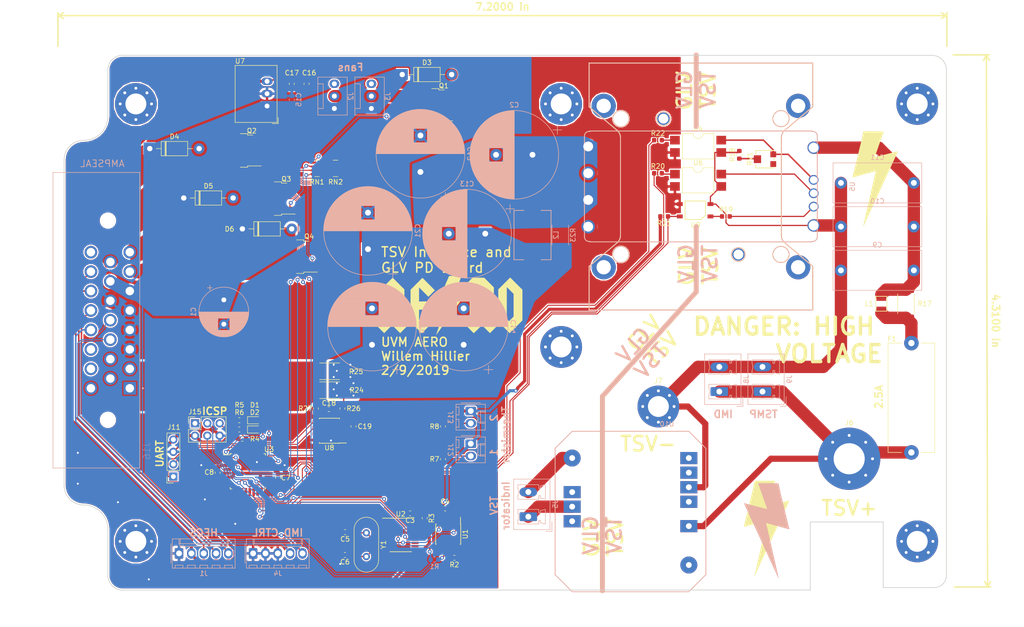
<source format=kicad_pcb>
(kicad_pcb (version 20171130) (host pcbnew "(5.0.2)-1")
  (layers (0 F.Cu signal) (31 B.Cu signal) (34 B.Paste user) (35 F.Paste user) (36 B.SilkS user) (37 F.SilkS user) (38 B.Mask user) (39 F.Mask user) (44 Edge.Cuts user))
  (net 0 "")
  (net 1 +12V)
  (net 2 GND)
  (net 3 +5V)
  (net 4 "Net-(C5-Pad1)")
  (net 5 "Net-(C6-Pad1)")
  (net 6 "Net-(C10-Pad1)")
  (net 7 /HV-)
  (net 8 "Net-(C12-Pad1)")
  (net 9 "/DC->DC Converters/12V_OUT")
  (net 10 "Net-(C18-Pad2)")
  (net 11 "Net-(C18-Pad1)")
  (net 12 "Net-(D1-Pad1)")
  (net 13 /uC+CAN/LED1)
  (net 14 /uC+CAN/LED2)
  (net 15 "Net-(D2-Pad1)")
  (net 16 /FANOUT0)
  (net 17 /FANOUT2)
  (net 18 /FANOUT1)
  (net 19 /FANOUT3)
  (net 20 /HV+)
  (net 21 /IMD_AN3)
  (net 22 /IMD_AN2)
  (net 23 /IMD_AN1)
  (net 24 /CAN-)
  (net 25 /CAN+)
  (net 26 /UART_RX)
  (net 27 /UART_TX)
  (net 28 /TEMP_1)
  (net 29 /TEMP_2)
  (net 30 /uC+CAN/MISO)
  (net 31 /uC+CAN/SCK)
  (net 32 /uC+CAN/MOSI)
  (net 33 /uC+CAN/RESET)
  (net 34 /SHDN_LOOP_OUT)
  (net 35 "Net-(Q1-Pad1)")
  (net 36 "Net-(Q2-Pad1)")
  (net 37 "Net-(Q3-Pad1)")
  (net 38 "Net-(Q4-Pad1)")
  (net 39 "Net-(R2-Pad1)")
  (net 40 "Net-(R3-Pad2)")
  (net 41 /fanControl/FAN_CTRL_0)
  (net 42 /fanControl/FAN_CTRL_2)
  (net 43 /fanControl/FAN_CTRL_1)
  (net 44 /fanControl/FAN_CTRL_3)
  (net 45 "/DC->DC Converters/FAULT_HV")
  (net 46 "Net-(R19-Pad1)")
  (net 47 /DC_DC_EN)
  (net 48 "Net-(R20-Pad2)")
  (net 49 /DC_DC_FAULT)
  (net 50 /DC_DC_TRIM_EN)
  (net 51 "Net-(R22-Pad2)")
  (net 52 "/DC->DC Converters/TRIM_HV")
  (net 53 "Net-(U1-Pad1)")
  (net 54 "Net-(U1-Pad4)")
  (net 55 /uC+CAN/CAN_CS)
  (net 56 "/DC->DC Converters/EN_HV")
  (net 57 "/DC->DC Converters/HV+")
  (net 58 /IMD_OK)
  (net 59 "Net-(R18-Pad1)")
  (net 60 SCL)
  (net 61 SDA)
  (net 62 "Net-(J5-Pad1)")
  (net 63 "Net-(J5-Pad2)")
  (module 1-776087-1:TE_1-776087-1 (layer B.Cu) (at 65.935 107.624 90)
    (fp_text reference J16 (at -12.8624 3.49401 90) (layer B.SilkS) (effects (font (size 1.40201 1.40201) (thickness 0.05)) (justify mirror)))
    (fp_text value AMPSEAL (at 46.224 -5.64 180) (layer B.SilkS) (effects (font (size 1.40156 1.40156)) (justify mirror)))
    (pad 22 thru_hole circle (at 24 -8 90) (size 2.625 2.625) (drill 1.75) (layers *.Cu *.Mask) (net 21 /IMD_AN3))
    (pad 21 thru_hole circle (at 20 -8 90) (size 2.625 2.625) (drill 1.75) (layers *.Cu *.Mask) (net 22 /IMD_AN2))
    (pad 20 thru_hole circle (at 16 -8 90) (size 2.625 2.625) (drill 1.75) (layers *.Cu *.Mask) (net 23 /IMD_AN1))
    (pad 19 thru_hole circle (at 12 -8 90) (size 2.625 2.625) (drill 1.75) (layers *.Cu *.Mask) (net 58 /IMD_OK))
    (pad 18 thru_hole circle (at 8 -8 90) (size 2.625 2.625) (drill 1.75) (layers *.Cu *.Mask))
    (pad 17 thru_hole circle (at 4 -8 90) (size 2.625 2.625) (drill 1.75) (layers *.Cu *.Mask))
    (pad 14 thru_hole circle (at 22 -4 90) (size 2.625 2.625) (drill 1.75) (layers *.Cu *.Mask) (net 1 +12V))
    (pad 13 thru_hole circle (at 18 -4 90) (size 2.625 2.625) (drill 1.75) (layers *.Cu *.Mask) (net 2 GND))
    (pad 12 thru_hole circle (at 14 -4 90) (size 2.625 2.625) (drill 1.75) (layers *.Cu *.Mask) (net 24 /CAN-))
    (pad 11 thru_hole circle (at 10 -4 90) (size 2.625 2.625) (drill 1.75) (layers *.Cu *.Mask) (net 25 /CAN+))
    (pad 10 thru_hole circle (at 6 -4 90) (size 2.625 2.625) (drill 1.75) (layers *.Cu *.Mask) (net 34 /SHDN_LOOP_OUT))
    (pad 7 thru_hole circle (at 24 0 90) (size 2.625 2.625) (drill 1.75) (layers *.Cu *.Mask) (net 19 /FANOUT3))
    (pad 6 thru_hole circle (at 20 0 90) (size 2.625 2.625) (drill 1.75) (layers *.Cu *.Mask) (net 1 +12V))
    (pad 5 thru_hole circle (at 16 0 90) (size 2.625 2.625) (drill 1.75) (layers *.Cu *.Mask) (net 2 GND))
    (pad 4 thru_hole circle (at 12 0 90) (size 2.625 2.625) (drill 1.75) (layers *.Cu *.Mask) (net 2 GND))
    (pad 3 thru_hole circle (at 8 0 90) (size 2.625 2.625) (drill 1.75) (layers *.Cu *.Mask) (net 2 GND))
    (pad 2 thru_hole circle (at 4 0 90) (size 2.625 2.625) (drill 1.75) (layers *.Cu *.Mask) (net 34 /SHDN_LOOP_OUT))
    (pad 23 thru_hole circle (at 28 -8 90) (size 2.625 2.625) (drill 1.75) (layers *.Cu *.Mask))
    (pad 16 thru_hole circle (at 0 -8 90) (size 2.625 2.625) (drill 1.75) (layers *.Cu *.Mask) (net 34 /SHDN_LOOP_OUT))
    (pad 15 thru_hole circle (at 26 -4 90) (size 2.625 2.625) (drill 1.75) (layers *.Cu *.Mask) (net 17 /FANOUT2))
    (pad 9 thru_hole circle (at 2 -4 90) (size 2.625 2.625) (drill 1.75) (layers *.Cu *.Mask) (net 34 /SHDN_LOOP_OUT))
    (pad 8 thru_hole circle (at 28 0 90) (size 2.625 2.625) (drill 1.75) (layers *.Cu *.Mask) (net 18 /FANOUT1))
    (pad 1 thru_hole rect (at 0 0 90) (size 2.625 2.625) (drill 1.75) (layers *.Cu *.Mask) (net 34 /SHDN_LOOP_OUT))
    (pad Hole np_thru_hole circle (at 34.5 -4.5 90) (size 2.85 2.85) (drill 2.85) (layers *.Cu *.Mask B.SilkS))
    (pad Hole np_thru_hole circle (at -6.5 -4.5 90) (size 2.85 2.85) (drill 2.85) (layers *.Cu *.Mask B.SilkS))
  )
  (module Connector_PinSocket_2.54mm:PinSocket_1x04_P2.54mm_Vertical (layer F.Cu) (at 74.9 125.789 180)
    (fp_text reference J11 (at -0.127 10.16 180) (layer F.SilkS))
    (fp_text value UART)
    (pad 4 thru_hole oval (at 0 7.62 180) (size 1.7 1.7) (drill 1) (layers *.Cu *.Mask) (net 3 +5V))
    (pad 3 thru_hole oval (at 0 5.08 180) (size 1.7 1.7) (drill 1) (layers *.Cu *.Mask) (net 2 GND))
    (pad 2 thru_hole oval (at 0 2.54 180) (size 1.7 1.7) (drill 1) (layers *.Cu *.Mask) (net 27 /UART_TX))
    (pad 1 thru_hole rect (at 0 0 180) (size 1.7 1.7) (drill 1) (layers *.Cu *.Mask) (net 26 /UART_RX))
  )
  (module CustomFootprints:hvlightningsymbol (layer F.Cu) (at 219.299 64.702)
    (fp_text reference G*** hide)
    (fp_text value LOGO hide)
  )
  (module CustomFootprints:hvlightningsymbol (layer F.Cu) (at 196.947 136.584)
    (fp_text reference G*** hide)
    (fp_text value LOGO hide)
  )
  (module CustomFootprints:EPM1510SJ (layer B.Cu) (at 180.945 121.979 180)
    (fp_text reference U10 (at 4.5 7 180) (layer B.SilkS) (effects (justify mirror)))
    (fp_text value EPM1510SJ)
    (pad 4 thru_hole rect (at 24 -13 180) (size 3.5 2.5) (drill 1.2) (layers *.Cu *.Mask))
    (pad 5 thru_hole rect (at 24 -10 180) (size 3.5 2.5) (drill 1.2) (layers *.Cu *.Mask) (net 62 "Net-(J5-Pad1)"))
    (pad 6 thru_hole rect (at 24 -7 180) (size 3.5 2.5) (drill 1.2) (layers *.Cu *.Mask))
    (pad 7 thru_hole custom (at 24 0 180) (size 3.5 3.5) (drill 1.2) (layers *.Cu *.Mask) (net 63 "Net-(J5-Pad2)") (options (clearance outline) (anchor circle)) (primitives))
    (pad 12 thru_hole rect (at 0 -14 180) (size 3.5 2.5) (drill 1.2) (layers *.Cu *.Mask) (net 20 /HV+))
    (pad 11 thru_hole rect (at 0 -9 180) (size 3.5 2.5) (drill 1.2) (layers *.Cu *.Mask))
    (pad 10 thru_hole rect (at 0 -6 180) (size 3.5 2.5) (drill 1.2) (layers *.Cu *.Mask) (net 7 /HV-))
    (pad 9 thru_hole rect (at 0 -3 180) (size 3.5 2.5) (drill 1.2) (layers *.Cu *.Mask))
    (pad 14 thru_hole custom (at 0 -22 180) (size 3.5 3.5) (drill 1.2) (layers *.Cu *.Mask) (options (clearance outline) (anchor circle)) (primitives))
    (pad 8 thru_hole rect (at 0 0 180) (size 3.5 2.5) (drill 1.2) (layers *.Cu *.Mask))
  )
  (module MountingHole:MountingHole_4.3mm_M4_Pad_Via (layer F.Cu) (at 174.685 111.374)
    (fp_text reference J7 (at 0 -5.3) (layer F.SilkS))
    (fp_text value HV-)
    (pad 1 thru_hole circle (at 2.280419 -2.280419) (size 0.9 0.9) (drill 0.6) (layers *.Cu *.Mask) (net 7 /HV-))
    (pad 1 thru_hole circle (at 0 -3.225) (size 0.9 0.9) (drill 0.6) (layers *.Cu *.Mask) (net 7 /HV-))
    (pad 1 thru_hole circle (at -2.280419 -2.280419) (size 0.9 0.9) (drill 0.6) (layers *.Cu *.Mask) (net 7 /HV-))
    (pad 1 thru_hole circle (at -3.225 0) (size 0.9 0.9) (drill 0.6) (layers *.Cu *.Mask) (net 7 /HV-))
    (pad 1 thru_hole circle (at -2.280419 2.280419) (size 0.9 0.9) (drill 0.6) (layers *.Cu *.Mask) (net 7 /HV-))
    (pad 1 thru_hole circle (at 0 3.225) (size 0.9 0.9) (drill 0.6) (layers *.Cu *.Mask) (net 7 /HV-))
    (pad 1 thru_hole circle (at 2.280419 2.280419) (size 0.9 0.9) (drill 0.6) (layers *.Cu *.Mask) (net 7 /HV-))
    (pad 1 thru_hole circle (at 3.225 0) (size 0.9 0.9) (drill 0.6) (layers *.Cu *.Mask) (net 7 /HV-))
    (pad 1 thru_hole circle (at 0 0) (size 8.6 8.6) (drill 4.3) (layers *.Cu *.Mask) (net 7 /HV-))
  )
  (module CustomFootprints:DCM4623TD2J13D0T70_w_landpattern (layer B.Cu) (at 183.435 66.124 180)
    (fp_text reference U5 (at -31.15 0 90) (layer B.SilkS) (effects (justify mirror)))
    (fp_text value DCM4623TD2J13D0T70)
    (pad "" thru_hole circle (at -20 -16.6 180) (size 4.99 4.99) (drill 2.95) (layers *.Cu *.Mask))
    (pad "" thru_hole circle (at -20 16.6 180) (size 4.99 4.99) (drill 2.95) (layers *.Cu *.Mask))
    (pad "" thru_hole circle (at 20 -16.6 180) (size 4.99 4.99) (drill 2.95) (layers *.Cu *.Mask))
    (pad "" thru_hole circle (at 20 16.6 180) (size 4.99 4.99) (drill 2.95) (layers *.Cu *.Mask))
    (pad "" thru_hole circle (at -7.71 -13.97 180) (size 2.79 2.79) (drill 2.03) (layers *.Cu *.Mask))
    (pad "" thru_hole circle (at 7.71 13.97 180) (size 2.79 2.79) (drill 2.03) (layers *.Cu *.Mask))
    (pad "" np_thru_hole circle (at 16.47 -13.97 180) (size 3.1 3.1) (drill 3.1) (layers *.Cu *.Mask))
    (pad "" np_thru_hole circle (at -16.47 -13.97 180) (size 3.1 3.1) (drill 3.1) (layers *.Cu *.Mask))
    (pad "" np_thru_hole circle (at -16.47 13.97 180) (size 3.1 3.1) (drill 3.1) (layers *.Cu *.Mask))
    (pad "" np_thru_hole circle (at 16.47 13.97 180) (size 3.1 3.1) (drill 3.1) (layers *.Cu *.Mask))
    (pad 9 thru_hole circle (at 23.19 8.25 180) (size 2.79 2.79) (drill 2.03) (layers *.Cu *.Mask) (net 8 "Net-(C12-Pad1)"))
    (pad 8 thru_hole circle (at 23.19 2.75 180) (size 2.79 2.79) (drill 2.03) (layers *.Cu *.Mask) (net 2 GND))
    (pad 7 thru_hole circle (at 23.19 -2.75 180) (size 2.79 2.79) (drill 2.03) (layers *.Cu *.Mask) (net 8 "Net-(C12-Pad1)"))
    (pad 6 thru_hole circle (at 23.19 -8.25 180) (size 2.79 2.79) (drill 2.03) (layers *.Cu *.Mask) (net 2 GND))
    (pad 4 thru_hole circle (at -23.19 -4.13 180) (size 2.02 2.02) (drill 1.52) (layers *.Cu *.Mask) (net 45 "/DC->DC Converters/FAULT_HV"))
    (pad 3 thru_hole circle (at -23.19 -1.38 180) (size 2.02 2.02) (drill 1.52) (layers *.Cu *.Mask) (net 56 "/DC->DC Converters/EN_HV"))
    (pad 2 thru_hole circle (at -23.19 1.38 180) (size 2.02 2.02) (drill 1.52) (layers *.Cu *.Mask) (net 52 "/DC->DC Converters/TRIM_HV"))
    (pad 5 thru_hole circle (at -23.19 -8 180) (size 2.53 2.53) (drill 2.03) (layers *.Cu *.Mask) (net 7 /HV-))
    (pad 1 thru_hole circle (at -23.19 8 180) (size 2.53 2.53) (drill 2.03) (layers *.Cu *.Mask) (net 6 "Net-(C10-Pad1)"))
  )
  (module MountingHole:MountingHole_6.4mm_M6_Pad_Via (layer F.Cu) (at 213.935 122.124)
    (fp_text reference J6 (at 0 -7.4) (layer F.SilkS))
    (fp_text value HV+)
    (pad 1 thru_hole circle (at 3.394113 -3.394113) (size 0.9 0.9) (drill 0.6) (layers *.Cu *.Mask) (net 20 /HV+))
    (pad 1 thru_hole circle (at 0 -4.8) (size 0.9 0.9) (drill 0.6) (layers *.Cu *.Mask) (net 20 /HV+))
    (pad 1 thru_hole circle (at -3.394113 -3.394113) (size 0.9 0.9) (drill 0.6) (layers *.Cu *.Mask) (net 20 /HV+))
    (pad 1 thru_hole circle (at -4.8 0) (size 0.9 0.9) (drill 0.6) (layers *.Cu *.Mask) (net 20 /HV+))
    (pad 1 thru_hole circle (at -3.394113 3.394113) (size 0.9 0.9) (drill 0.6) (layers *.Cu *.Mask) (net 20 /HV+))
    (pad 1 thru_hole circle (at 0 4.8) (size 0.9 0.9) (drill 0.6) (layers *.Cu *.Mask) (net 20 /HV+))
    (pad 1 thru_hole circle (at 3.394113 3.394113) (size 0.9 0.9) (drill 0.6) (layers *.Cu *.Mask) (net 20 /HV+))
    (pad 1 thru_hole circle (at 4.8 0) (size 0.9 0.9) (drill 0.6) (layers *.Cu *.Mask) (net 20 /HV+))
    (pad 1 thru_hole circle (at 0 0) (size 12.8 12.8) (drill 6.4) (layers *.Cu *.Mask) (net 20 /HV+))
  )
  (module MountingHole:MountingHole_4.3mm_M4_Pad_Via (layer F.Cu) (at 227.935 139.124)
    (fp_text reference REF** hide)
    (fp_text value MountingHole_4.3mm_M4_Pad_Via)
    (pad 1 thru_hole circle (at 2.280419 -2.280419) (size 0.9 0.9) (drill 0.6) (layers *.Cu *.Mask))
    (pad 1 thru_hole circle (at 0 -3.225) (size 0.9 0.9) (drill 0.6) (layers *.Cu *.Mask))
    (pad 1 thru_hole circle (at -2.280419 -2.280419) (size 0.9 0.9) (drill 0.6) (layers *.Cu *.Mask))
    (pad 1 thru_hole circle (at -3.225 0) (size 0.9 0.9) (drill 0.6) (layers *.Cu *.Mask))
    (pad 1 thru_hole circle (at -2.280419 2.280419) (size 0.9 0.9) (drill 0.6) (layers *.Cu *.Mask))
    (pad 1 thru_hole circle (at 0 3.225) (size 0.9 0.9) (drill 0.6) (layers *.Cu *.Mask))
    (pad 1 thru_hole circle (at 2.280419 2.280419) (size 0.9 0.9) (drill 0.6) (layers *.Cu *.Mask))
    (pad 1 thru_hole circle (at 3.225 0) (size 0.9 0.9) (drill 0.6) (layers *.Cu *.Mask))
    (pad 1 thru_hole circle (at 0 0) (size 8.6 8.6) (drill 4.3) (layers *.Cu *.Mask))
  )
  (module MountingHole:MountingHole_4.3mm_M4_Pad_Via (layer F.Cu) (at 154.685 49.124)
    (fp_text reference REF** hide)
    (fp_text value MountingHole_4.3mm_M4_Pad_Via)
    (pad 1 thru_hole circle (at 2.280419 -2.280419) (size 0.9 0.9) (drill 0.6) (layers *.Cu *.Mask))
    (pad 1 thru_hole circle (at 0 -3.225) (size 0.9 0.9) (drill 0.6) (layers *.Cu *.Mask))
    (pad 1 thru_hole circle (at -2.280419 -2.280419) (size 0.9 0.9) (drill 0.6) (layers *.Cu *.Mask))
    (pad 1 thru_hole circle (at -3.225 0) (size 0.9 0.9) (drill 0.6) (layers *.Cu *.Mask))
    (pad 1 thru_hole circle (at -2.280419 2.280419) (size 0.9 0.9) (drill 0.6) (layers *.Cu *.Mask))
    (pad 1 thru_hole circle (at 0 3.225) (size 0.9 0.9) (drill 0.6) (layers *.Cu *.Mask))
    (pad 1 thru_hole circle (at 2.280419 2.280419) (size 0.9 0.9) (drill 0.6) (layers *.Cu *.Mask))
    (pad 1 thru_hole circle (at 3.225 0) (size 0.9 0.9) (drill 0.6) (layers *.Cu *.Mask))
    (pad 1 thru_hole circle (at 0 0) (size 8.6 8.6) (drill 4.3) (layers *.Cu *.Mask))
  )
  (module MountingHole:MountingHole_4.3mm_M4_Pad_Via (layer F.Cu) (at 154.685 99.124)
    (fp_text reference REF** hide)
    (fp_text value MountingHole_4.3mm_M4_Pad_Via)
    (pad 1 thru_hole circle (at 2.280419 -2.280419) (size 0.9 0.9) (drill 0.6) (layers *.Cu *.Mask))
    (pad 1 thru_hole circle (at 0 -3.225) (size 0.9 0.9) (drill 0.6) (layers *.Cu *.Mask))
    (pad 1 thru_hole circle (at -2.280419 -2.280419) (size 0.9 0.9) (drill 0.6) (layers *.Cu *.Mask))
    (pad 1 thru_hole circle (at -3.225 0) (size 0.9 0.9) (drill 0.6) (layers *.Cu *.Mask))
    (pad 1 thru_hole circle (at -2.280419 2.280419) (size 0.9 0.9) (drill 0.6) (layers *.Cu *.Mask))
    (pad 1 thru_hole circle (at 0 3.225) (size 0.9 0.9) (drill 0.6) (layers *.Cu *.Mask))
    (pad 1 thru_hole circle (at 2.280419 2.280419) (size 0.9 0.9) (drill 0.6) (layers *.Cu *.Mask))
    (pad 1 thru_hole circle (at 3.225 0) (size 0.9 0.9) (drill 0.6) (layers *.Cu *.Mask))
    (pad 1 thru_hole circle (at 0 0) (size 8.6 8.6) (drill 4.3) (layers *.Cu *.Mask))
  )
  (module MountingHole:MountingHole_4.3mm_M4_Pad_Via (layer F.Cu) (at 227.935 49.124)
    (fp_text reference REF** hide)
    (fp_text value MountingHole_4.3mm_M4_Pad_Via)
    (pad 1 thru_hole circle (at 2.280419 -2.280419) (size 0.9 0.9) (drill 0.6) (layers *.Cu *.Mask))
    (pad 1 thru_hole circle (at 0 -3.225) (size 0.9 0.9) (drill 0.6) (layers *.Cu *.Mask))
    (pad 1 thru_hole circle (at -2.280419 -2.280419) (size 0.9 0.9) (drill 0.6) (layers *.Cu *.Mask))
    (pad 1 thru_hole circle (at -3.225 0) (size 0.9 0.9) (drill 0.6) (layers *.Cu *.Mask))
    (pad 1 thru_hole circle (at -2.280419 2.280419) (size 0.9 0.9) (drill 0.6) (layers *.Cu *.Mask))
    (pad 1 thru_hole circle (at 0 3.225) (size 0.9 0.9) (drill 0.6) (layers *.Cu *.Mask))
    (pad 1 thru_hole circle (at 2.280419 2.280419) (size 0.9 0.9) (drill 0.6) (layers *.Cu *.Mask))
    (pad 1 thru_hole circle (at 3.225 0) (size 0.9 0.9) (drill 0.6) (layers *.Cu *.Mask))
    (pad 1 thru_hole circle (at 0 0) (size 8.6 8.6) (drill 4.3) (layers *.Cu *.Mask))
  )
  (module Capacitor_SMD:C_0603_1608Metric (layer F.Cu) (at 123.605 133.364 180)
    (fp_text reference C3 (at 0 -1.43 180) (layer F.SilkS))
    (fp_text value 0.1uF)
    (pad 2 smd roundrect (at 0.7875 0 180) (size 0.875 0.95) (layers F.Cu F.Paste F.Mask) (net 2 GND))
    (pad 1 smd roundrect (at -0.7875 0 180) (size 0.875 0.95) (layers F.Cu F.Paste F.Mask) (net 3 +5V))
  )
  (module Capacitor_SMD:C_0603_1608Metric (layer F.Cu) (at 130.81 132.334)
    (fp_text reference C4 (at 0 -1.43) (layer F.SilkS))
    (fp_text value 0.1uF)
    (pad 2 smd roundrect (at 0.7875 0) (size 0.875 0.95) (layers F.Cu F.Paste F.Mask) (net 2 GND))
    (pad 1 smd roundrect (at -0.7875 0) (size 0.875 0.95) (layers F.Cu F.Paste F.Mask) (net 3 +5V))
  )
  (module Capacitor_SMD:C_0603_1608Metric (layer F.Cu) (at 110.2315 137.219 180)
    (fp_text reference C5 (at 0 -1.43 180) (layer F.SilkS))
    (fp_text value 22pF)
    (pad 2 smd roundrect (at 0.7875 0 180) (size 0.875 0.95) (layers F.Cu F.Paste F.Mask) (net 2 GND))
    (pad 1 smd roundrect (at -0.7875 0 180) (size 0.875 0.95) (layers F.Cu F.Paste F.Mask) (net 4 "Net-(C5-Pad1)"))
  )
  (module Capacitor_SMD:C_0603_1608Metric (layer F.Cu) (at 110.206 141.918 180)
    (fp_text reference C6 (at 0 -1.43 180) (layer F.SilkS))
    (fp_text value 22pF)
    (pad 2 smd roundrect (at 0.7875 0 180) (size 0.875 0.95) (layers F.Cu F.Paste F.Mask) (net 2 GND))
    (pad 1 smd roundrect (at -0.7875 0 180) (size 0.875 0.95) (layers F.Cu F.Paste F.Mask) (net 5 "Net-(C6-Pad1)"))
  )
  (module Capacitor_SMD:C_0603_1608Metric (layer F.Cu) (at 96.461 126.01 90)
    (fp_text reference C7 (at -0.033 1.553 180) (layer F.SilkS))
    (fp_text value 0.1uF)
    (pad 2 smd roundrect (at 0.7875 0 90) (size 0.875 0.95) (layers F.Cu F.Paste F.Mask) (net 2 GND))
    (pad 1 smd roundrect (at -0.7875 0 90) (size 0.875 0.95) (layers F.Cu F.Paste F.Mask) (net 3 +5V))
  )
  (module Capacitor_SMD:C_0603_1608Metric (layer F.Cu) (at 84.015 124.994 90)
    (fp_text reference C8 (at 0.094 -1.749 180) (layer F.SilkS))
    (fp_text value 0.1uF)
    (pad 2 smd roundrect (at 0.7875 0 90) (size 0.875 0.95) (layers F.Cu F.Paste F.Mask) (net 2 GND))
    (pad 1 smd roundrect (at -0.7875 0 90) (size 0.875 0.95) (layers F.Cu F.Paste F.Mask) (net 3 +5V))
  )
  (module Capacitor_THT:C_Rect_L18.0mm_W8.0mm_P15.00mm_FKS3_FKP3 (layer B.Cu) (at 227.24 83.369 180)
    (fp_text reference C9 (at 7.5 5.25 180) (layer B.SilkS) (effects (justify mirror)))
    (fp_text value 0.68uF)
    (pad 2 thru_hole circle (at 15 0 180) (size 2.4 2.4) (drill 1.2) (layers *.Cu *.Mask) (net 7 /HV-))
    (pad 1 thru_hole circle (at 0 0 180) (size 2.4 2.4) (drill 1.2) (layers *.Cu *.Mask) (net 6 "Net-(C10-Pad1)"))
  )
  (module Capacitor_THT:C_Rect_L18.0mm_W8.0mm_P15.00mm_FKS3_FKP3 (layer B.Cu) (at 227.24 74.369 180)
    (fp_text reference C10 (at 7.5 5.25 180) (layer B.SilkS) (effects (justify mirror)))
    (fp_text value 0.68uF)
    (pad 2 thru_hole circle (at 15 0 180) (size 2.4 2.4) (drill 1.2) (layers *.Cu *.Mask) (net 7 /HV-))
    (pad 1 thru_hole circle (at 0 0 180) (size 2.4 2.4) (drill 1.2) (layers *.Cu *.Mask) (net 6 "Net-(C10-Pad1)"))
  )
  (module Capacitor_THT:C_Rect_L18.0mm_W8.0mm_P15.00mm_FKS3_FKP3 (layer B.Cu) (at 227.24 65.369 180)
    (fp_text reference C11 (at 7.5 5.25 180) (layer B.SilkS) (effects (justify mirror)))
    (fp_text value 0.68uF)
    (pad 2 thru_hole circle (at 15 0 180) (size 2.4 2.4) (drill 1.2) (layers *.Cu *.Mask) (net 7 /HV-))
    (pad 1 thru_hole circle (at 0 0 180) (size 2.4 2.4) (drill 1.2) (layers *.Cu *.Mask) (net 6 "Net-(C10-Pad1)"))
  )
  (module Capacitor_THT:CP_Radial_D18.0mm_P7.50mm (layer B.Cu) (at 125.73 63.119 90)
    (fp_text reference C12 (at 3.75 10.25 90) (layer B.SilkS) (effects (justify mirror)))
    (fp_text value 2200uF)
    (pad 2 thru_hole circle (at 7.5 0 90) (size 2.4 2.4) (drill 1.2) (layers *.Cu *.Mask) (net 2 GND))
    (pad 1 thru_hole rect (at 0 0 90) (size 2.4 2.4) (drill 1.2) (layers *.Cu *.Mask) (net 8 "Net-(C12-Pad1)"))
  )
  (module Capacitor_THT:CP_Radial_D18.0mm_P7.50mm (layer B.Cu) (at 139.065 75.819 180)
    (fp_text reference C13 (at 3.75 10.25 180) (layer B.SilkS) (effects (justify mirror)))
    (fp_text value 2200uF)
    (pad 2 thru_hole circle (at 7.5 0 180) (size 2.4 2.4) (drill 1.2) (layers *.Cu *.Mask) (net 2 GND))
    (pad 1 thru_hole rect (at 0 0 180) (size 2.4 2.4) (drill 1.2) (layers *.Cu *.Mask) (net 9 "/DC->DC Converters/12V_OUT"))
  )
  (module Capacitor_THT:CP_Radial_D18.0mm_P7.50mm (layer B.Cu) (at 134.62 98.679 90)
    (fp_text reference C14 (at 3.75 10.25 90) (layer B.SilkS) (effects (justify mirror)))
    (fp_text value 2200uF)
    (pad 2 thru_hole circle (at 7.5 0 90) (size 2.4 2.4) (drill 1.2) (layers *.Cu *.Mask) (net 2 GND))
    (pad 1 thru_hole rect (at 0 0 90) (size 2.4 2.4) (drill 1.2) (layers *.Cu *.Mask) (net 9 "/DC->DC Converters/12V_OUT"))
  )
  (module Capacitor_SMD:C_0603_1608Metric (layer B.Cu) (at 99.255 48.2605 90)
    (fp_text reference C15 (at 0 1.43 90) (layer B.SilkS) (effects (justify mirror)))
    (fp_text value 10uF)
    (pad 2 smd roundrect (at 0.7875 0 90) (size 0.875 0.95) (layers B.Cu B.Paste B.Mask) (net 2 GND))
    (pad 1 smd roundrect (at -0.7875 0 90) (size 0.875 0.95) (layers B.Cu B.Paste B.Mask) (net 1 +12V))
  )
  (module Capacitor_SMD:C_0603_1608Metric (layer F.Cu) (at 102.303 44.984 270)
    (fp_text reference C16 (at -2.253 -0.537) (layer F.SilkS))
    (fp_text value 0.1uF)
    (pad 2 smd roundrect (at 0.7875 0 270) (size 0.875 0.95) (layers F.Cu F.Paste F.Mask) (net 2 GND))
    (pad 1 smd roundrect (at -0.7875 0 270) (size 0.875 0.95) (layers F.Cu F.Paste F.Mask) (net 3 +5V))
  )
  (module Capacitor_SMD:C_0603_1608Metric (layer F.Cu) (at 99.255 44.984 270)
    (fp_text reference C17 (at -2.253 -0.029) (layer F.SilkS))
    (fp_text value 10uF)
    (pad 2 smd roundrect (at 0.7875 0 270) (size 0.875 0.95) (layers F.Cu F.Paste F.Mask) (net 2 GND))
    (pad 1 smd roundrect (at -0.7875 0 270) (size 0.875 0.95) (layers F.Cu F.Paste F.Mask) (net 3 +5V))
  )
  (module Capacitor_SMD:C_0603_1608Metric (layer F.Cu) (at 106.875 111.913 180)
    (fp_text reference C18 (at -0.029 1.237 180) (layer F.SilkS))
    (fp_text value 0.1uF)
    (pad 2 smd roundrect (at 0.7875 0 180) (size 0.875 0.95) (layers F.Cu F.Paste F.Mask) (net 10 "Net-(C18-Pad2)"))
    (pad 1 smd roundrect (at -0.7875 0 180) (size 0.875 0.95) (layers F.Cu F.Paste F.Mask) (net 11 "Net-(C18-Pad1)"))
  )
  (module Capacitor_SMD:C_0603_1608Metric (layer F.Cu) (at 111.955 115.469 90)
    (fp_text reference C19 (at 0 2.315 180) (layer F.SilkS))
    (fp_text value 0.1uF)
    (pad 2 smd roundrect (at 0.7875 0 90) (size 0.875 0.95) (layers F.Cu F.Paste F.Mask) (net 3 +5V))
    (pad 1 smd roundrect (at -0.7875 0 90) (size 0.875 0.95) (layers F.Cu F.Paste F.Mask) (net 2 GND))
  )
  (module LED_SMD:LED_0603_1608Metric (layer F.Cu) (at 91.635 114.199)
    (fp_text reference D1 (at 0.029 -3.142) (layer F.SilkS))
    (fp_text value LED)
    (pad 2 smd roundrect (at 0.7875 0) (size 0.875 0.95) (layers F.Cu F.Paste F.Mask) (net 13 /uC+CAN/LED1))
    (pad 1 smd roundrect (at -0.7875 0) (size 0.875 0.95) (layers F.Cu F.Paste F.Mask) (net 12 "Net-(D1-Pad1)"))
  )
  (module LED_SMD:LED_0603_1608Metric (layer F.Cu) (at 91.635 116.104)
    (fp_text reference D2 (at 0 -3.523) (layer F.SilkS))
    (fp_text value LED)
    (pad 2 smd roundrect (at 0.7875 0) (size 0.875 0.95) (layers F.Cu F.Paste F.Mask) (net 14 /uC+CAN/LED2))
    (pad 1 smd roundrect (at -0.7875 0) (size 0.875 0.95) (layers F.Cu F.Paste F.Mask) (net 15 "Net-(D2-Pad1)"))
  )
  (module Diode_THT:D_DO-41_SOD81_P10.16mm_Horizontal (layer F.Cu) (at 121.988 43.079)
    (fp_text reference D3 (at 5.08 -2.47) (layer F.SilkS))
    (fp_text value 1N4001)
    (pad 2 thru_hole oval (at 10.16 0) (size 2.2 2.2) (drill 1.1) (layers *.Cu *.Mask) (net 16 /FANOUT0))
    (pad 1 thru_hole rect (at 0 0) (size 2.2 2.2) (drill 1.1) (layers *.Cu *.Mask) (net 1 +12V))
  )
  (module Diode_THT:D_DO-41_SOD81_P10.16mm_Horizontal (layer F.Cu) (at 70.045 58.319)
    (fp_text reference D4 (at 5.08 -2.47) (layer F.SilkS))
    (fp_text value 1N4001)
    (pad 2 thru_hole oval (at 10.16 0) (size 2.2 2.2) (drill 1.1) (layers *.Cu *.Mask) (net 17 /FANOUT2))
    (pad 1 thru_hole rect (at 0 0) (size 2.2 2.2) (drill 1.1) (layers *.Cu *.Mask) (net 1 +12V))
  )
  (module Diode_THT:D_DO-41_SOD81_P10.16mm_Horizontal (layer F.Cu) (at 77.03 68.479)
    (fp_text reference D5 (at 5.08 -2.47) (layer F.SilkS))
    (fp_text value 1N4001)
    (pad 2 thru_hole oval (at 10.16 0) (size 2.2 2.2) (drill 1.1) (layers *.Cu *.Mask) (net 18 /FANOUT1))
    (pad 1 thru_hole rect (at 0 0) (size 2.2 2.2) (drill 1.1) (layers *.Cu *.Mask) (net 1 +12V))
  )
  (module Diode_THT:D_DO-41_SOD81_P10.16mm_Horizontal (layer F.Cu) (at 89.095 74.829)
    (fp_text reference D6 (at -2.638 0.033) (layer F.SilkS))
    (fp_text value 1N4001)
    (pad 2 thru_hole oval (at 10.16 0) (size 2.2 2.2) (drill 1.1) (layers *.Cu *.Mask) (net 19 /FANOUT3))
    (pad 1 thru_hole rect (at 0 0) (size 2.2 2.2) (drill 1.1) (layers *.Cu *.Mask) (net 1 +12V))
  )
  (module Connector_Molex:Molex_KK-254_AE-6410-05A_1x05_P2.54mm_Vertical (layer B.Cu) (at 76.065 141.594)
    (fp_text reference J1 (at 5.08 4.12) (layer B.SilkS) (effects (justify mirror)))
    (fp_text value HECS)
    (pad 5 thru_hole oval (at 10.16 0) (size 1.74 2.2) (drill 1.2) (layers *.Cu *.Mask) (net 23 /IMD_AN1))
    (pad 4 thru_hole oval (at 7.62 0) (size 1.74 2.2) (drill 1.2) (layers *.Cu *.Mask) (net 22 /IMD_AN2))
    (pad 3 thru_hole oval (at 5.08 0) (size 1.74 2.2) (drill 1.2) (layers *.Cu *.Mask) (net 21 /IMD_AN3))
    (pad 2 thru_hole oval (at 2.54 0) (size 1.74 2.2) (drill 1.2) (layers *.Cu *.Mask) (net 3 +5V))
    (pad 1 thru_hole roundrect (at 0 0) (size 1.74 2.2) (drill 1.2) (layers *.Cu *.Mask) (roundrect_rratio 0.143678) (net 2 GND))
  )
  (module Connector:FanPinHeader_1x03_P2.54mm_Vertical (layer B.Cu) (at 108.018 50.064 90)
    (fp_text reference J2 (at 2.5 3.4 90) (layer B.SilkS) (effects (justify mirror)))
    (fp_text value CASEFAN1)
    (pad 3 thru_hole oval (at 5.08 0) (size 2.03 1.73) (drill 1.02) (layers *.Cu *.Mask))
    (pad 2 thru_hole oval (at 2.54 0) (size 2.03 1.73) (drill 1.02) (layers *.Cu *.Mask) (net 16 /FANOUT0))
    (pad 1 thru_hole rect (at 0 0) (size 2.03 1.73) (drill 1.02) (layers *.Cu *.Mask) (net 1 +12V))
  )
  (module Connector:FanPinHeader_1x03_P2.54mm_Vertical (layer B.Cu) (at 115.638 50.064 90)
    (fp_text reference J3 (at 2.5 3.4 90) (layer B.SilkS) (effects (justify mirror)))
    (fp_text value CASEFAN2)
    (pad 3 thru_hole oval (at 5.08 0) (size 2.03 1.73) (drill 1.02) (layers *.Cu *.Mask))
    (pad 2 thru_hole oval (at 2.54 0) (size 2.03 1.73) (drill 1.02) (layers *.Cu *.Mask) (net 16 /FANOUT0))
    (pad 1 thru_hole rect (at 0 0) (size 2.03 1.73) (drill 1.02) (layers *.Cu *.Mask) (net 1 +12V))
  )
  (module Connector_Phoenix_MC_HighVoltage:PhoenixContact_MCV_1,5_2-G-5.08_1x02_P5.08mm_Vertical (layer B.Cu) (at 187.214 108.304 90)
    (fp_text reference J8 (at 2.54 5.55 90) (layer B.SilkS) (effects (justify mirror)))
    (fp_text value IMD)
    (pad 2 thru_hole oval (at 5.08 0 90) (size 1.8 3.6) (drill 1.2) (layers *.Cu *.Mask) (net 7 /HV-))
    (pad 1 thru_hole roundrect (at 0 0 90) (size 1.8 3.6) (drill 1.2) (layers *.Cu *.Mask) (roundrect_rratio 0.138889) (net 20 /HV+))
  )
  (module Connector_Phoenix_MC_HighVoltage:PhoenixContact_MCV_1,5_2-G-5.08_1x02_P5.08mm_Vertical (layer B.Cu) (at 196.104 108.304 90)
    (fp_text reference J9 (at 2.54 5.55 90) (layer B.SilkS) (effects (justify mirror)))
    (fp_text value TSMP)
    (pad 2 thru_hole oval (at 5.08 0 90) (size 1.8 3.6) (drill 1.2) (layers *.Cu *.Mask) (net 7 /HV-))
    (pad 1 thru_hole roundrect (at 0 0 90) (size 1.8 3.6) (drill 1.2) (layers *.Cu *.Mask) (roundrect_rratio 0.138889) (net 20 /HV+))
  )
  (module Connector_Molex:Molex_KK-254_AE-6410-02A_1x02_P2.54mm_Vertical (layer B.Cu) (at 136.085 119.025 270)
    (fp_text reference J12 (at 1.27 4.12 270) (layer B.SilkS) (effects (justify mirror)))
    (fp_text value NTC1)
    (pad 2 thru_hole oval (at 2.54 0 270) (size 1.74 2.2) (drill 1.2) (layers *.Cu *.Mask) (net 28 /TEMP_1))
    (pad 1 thru_hole roundrect (at 0 0 270) (size 1.74 2.2) (drill 1.2) (layers *.Cu *.Mask) (roundrect_rratio 0.143678) (net 3 +5V))
  )
  (module Connector_Molex:Molex_KK-254_AE-6410-02A_1x02_P2.54mm_Vertical (layer B.Cu) (at 136.085 112.294 270)
    (fp_text reference J13 (at 1.27 4.12 270) (layer B.SilkS) (effects (justify mirror)))
    (fp_text value NTC1)
    (pad 2 thru_hole oval (at 2.54 0 270) (size 1.74 2.2) (drill 1.2) (layers *.Cu *.Mask) (net 29 /TEMP_2))
    (pad 1 thru_hole roundrect (at 0 0 270) (size 1.74 2.2) (drill 1.2) (layers *.Cu *.Mask) (roundrect_rratio 0.143678) (net 3 +5V))
  )
  (module Connector_PinSocket_2.54mm:PinSocket_2x03_P2.54mm_Vertical (layer F.Cu) (at 79.345 114.834 90)
    (fp_text reference J15 (at 2.38 0 180) (layer F.SilkS))
    (fp_text value ICSP)
    (pad 6 thru_hole oval (at -2.54 5.08 90) (size 1.7 1.7) (drill 1) (layers *.Cu *.Mask) (net 2 GND))
    (pad 5 thru_hole oval (at 0 5.08 90) (size 1.7 1.7) (drill 1) (layers *.Cu *.Mask) (net 33 /uC+CAN/RESET))
    (pad 4 thru_hole oval (at -2.54 2.54 90) (size 1.7 1.7) (drill 1) (layers *.Cu *.Mask) (net 32 /uC+CAN/MOSI))
    (pad 3 thru_hole oval (at 0 2.54 90) (size 1.7 1.7) (drill 1) (layers *.Cu *.Mask) (net 31 /uC+CAN/SCK))
    (pad 2 thru_hole oval (at -2.54 0 90) (size 1.7 1.7) (drill 1) (layers *.Cu *.Mask) (net 3 +5V))
    (pad 1 thru_hole rect (at 0 0 90) (size 1.7 1.7) (drill 1) (layers *.Cu *.Mask) (net 30 /uC+CAN/MISO))
  )
  (module CustomFootprints:Murata_DFE252012P_Inductor (layer F.Cu) (at 220.545 90.234 90)
    (fp_text reference L1 (at 0.005 -2.516 180) (layer F.SilkS))
    (fp_text value 1uH)
    (pad 2 smd rect (at 1 0 90) (size 0.8 2) (layers F.Cu F.Paste F.Mask) (net 6 "Net-(C10-Pad1)"))
    (pad 1 smd rect (at -1 0 90) (size 0.8 2) (layers F.Cu F.Paste F.Mask) (net 57 "/DC->DC Converters/HV+"))
  )
  (module CustomFootprints:PA2607 (layer B.Cu) (at 148.785 76.099 270)
    (fp_text reference L2 (at 0 -4.826 270) (layer B.SilkS) (effects (justify mirror)))
    (fp_text value 0.15uH)
    (pad 2 smd rect (at 3.935 0 270) (size 3.3 3.3) (layers B.Cu B.Paste B.Mask) (net 9 "/DC->DC Converters/12V_OUT"))
    (pad 1 smd rect (at -3.935 0 270) (size 3.3 3.3) (layers B.Cu B.Paste B.Mask) (net 8 "Net-(C12-Pad1)"))
  )
  (module Package_TO_SOT_SMD:TO-252-2 (layer F.Cu) (at 127.068 49.429 180)
    (fp_text reference Q1 (at -3.458 4.031 180) (layer F.SilkS))
    (fp_text value Q_NMOS_GDS)
    (pad 2 smd rect (at 2.1 0 180) (size 6.4 5.8) (layers F.Cu F.Mask) (net 16 /FANOUT0))
    (pad 3 smd rect (at -4.2 2.28 180) (size 2.2 1.2) (layers F.Cu F.Paste F.Mask) (net 2 GND))
    (pad 1 smd rect (at -4.2 -2.28 180) (size 2.2 1.2) (layers F.Cu F.Paste F.Mask) (net 35 "Net-(Q1-Pad1)"))
  )
  (module Package_TO_SOT_SMD:TO-252-2 (layer F.Cu) (at 87.7 58.699 180)
    (fp_text reference Q2 (at -3.329 4.03 180) (layer F.SilkS))
    (fp_text value Q_NMOS_GDS)
    (pad 2 smd rect (at 2.1 0 180) (size 6.4 5.8) (layers F.Cu F.Mask) (net 17 /FANOUT2))
    (pad 3 smd rect (at -4.2 2.28 180) (size 2.2 1.2) (layers F.Cu F.Paste F.Mask) (net 2 GND))
    (pad 1 smd rect (at -4.2 -2.28 180) (size 2.2 1.2) (layers F.Cu F.Paste F.Mask) (net 36 "Net-(Q2-Pad1)"))
  )
  (module Package_TO_SOT_SMD:TO-252-2 (layer F.Cu) (at 94.685 68.604 180)
    (fp_text reference Q3 (at -3.456 4.029 180) (layer F.SilkS))
    (fp_text value Q_NMOS_GDS)
    (pad 2 smd rect (at 2.1 0 180) (size 6.4 5.8) (layers F.Cu F.Mask) (net 18 /FANOUT1))
    (pad 3 smd rect (at -4.2 2.28 180) (size 2.2 1.2) (layers F.Cu F.Paste F.Mask) (net 2 GND))
    (pad 1 smd rect (at -4.2 -2.28 180) (size 2.2 1.2) (layers F.Cu F.Paste F.Mask) (net 37 "Net-(Q3-Pad1)"))
  )
  (module Package_TO_SOT_SMD:TO-252-2 (layer F.Cu) (at 99.255 80.544 180)
    (fp_text reference Q4 (at -3.585 4.158 180) (layer F.SilkS))
    (fp_text value Q_NMOS_GDS)
    (pad 2 smd rect (at 2.1 0 180) (size 6.4 5.8) (layers F.Cu F.Mask) (net 19 /FANOUT3))
    (pad 3 smd rect (at -4.2 2.28 180) (size 2.2 1.2) (layers F.Cu F.Paste F.Mask) (net 2 GND))
    (pad 1 smd rect (at -4.2 -2.28 180) (size 2.2 1.2) (layers F.Cu F.Paste F.Mask) (net 38 "Net-(Q4-Pad1)"))
  )
  (module Resistor_SMD:R_0603_1608Metric (layer B.Cu) (at 128.605 142.864)
    (fp_text reference R1 (at 0 1.43) (layer B.SilkS) (effects (justify mirror)))
    (fp_text value R_US)
    (pad 2 smd roundrect (at 0.7875 0) (size 0.875 0.95) (layers B.Cu B.Paste B.Mask) (net 24 /CAN-))
    (pad 1 smd roundrect (at -0.7875 0) (size 0.875 0.95) (layers B.Cu B.Paste B.Mask) (net 25 /CAN+))
  )
  (module Resistor_SMD:R_0603_1608Metric (layer F.Cu) (at 132.715 142.494 180)
    (fp_text reference R2 (at 0 -1.43 180) (layer F.SilkS))
    (fp_text value 10k)
    (pad 2 smd roundrect (at 0.7875 0 180) (size 0.875 0.95) (layers F.Cu F.Paste F.Mask) (net 2 GND))
    (pad 1 smd roundrect (at -0.7875 0 180) (size 0.875 0.95) (layers F.Cu F.Paste F.Mask) (net 39 "Net-(R2-Pad1)"))
  )
  (module Resistor_SMD:R_0603_1608Metric (layer F.Cu) (at 126.605 134.364 270)
    (fp_text reference R3 (at 0 -1.43 270) (layer F.SilkS))
    (fp_text value 10k)
    (pad 2 smd roundrect (at 0.7875 0 270) (size 0.875 0.95) (layers F.Cu F.Paste F.Mask) (net 40 "Net-(R3-Pad2)"))
    (pad 1 smd roundrect (at -0.7875 0 270) (size 0.875 0.95) (layers F.Cu F.Paste F.Mask) (net 3 +5V))
  )
  (module Resistor_SMD:R_0603_1608Metric (layer F.Cu) (at 89.095 118.009)
    (fp_text reference R4 (at 2.569 0.033) (layer F.SilkS))
    (fp_text value 10k)
    (pad 2 smd roundrect (at 0.7875 0) (size 0.875 0.95) (layers F.Cu F.Paste F.Mask) (net 33 /uC+CAN/RESET))
    (pad 1 smd roundrect (at -0.7875 0) (size 0.875 0.95) (layers F.Cu F.Paste F.Mask) (net 3 +5V))
  )
  (module Resistor_SMD:R_0603_1608Metric (layer F.Cu) (at 88.46 114.199)
    (fp_text reference R5 (at 0.029 -3.142) (layer F.SilkS))
    (fp_text value 1k)
    (pad 2 smd roundrect (at 0.7875 0) (size 0.875 0.95) (layers F.Cu F.Paste F.Mask) (net 12 "Net-(D1-Pad1)"))
    (pad 1 smd roundrect (at -0.7875 0) (size 0.875 0.95) (layers F.Cu F.Paste F.Mask) (net 2 GND))
  )
  (module Resistor_SMD:R_0603_1608Metric (layer F.Cu) (at 88.46 116.104)
    (fp_text reference R6 (at 0.029 -3.523) (layer F.SilkS))
    (fp_text value 1k)
    (pad 2 smd roundrect (at 0.7875 0) (size 0.875 0.95) (layers F.Cu F.Paste F.Mask) (net 15 "Net-(D2-Pad1)"))
    (pad 1 smd roundrect (at -0.7875 0) (size 0.875 0.95) (layers F.Cu F.Paste F.Mask) (net 2 GND))
  )
  (module Resistor_SMD:R_0603_1608Metric (layer F.Cu) (at 130.37 122.2 90)
    (fp_text reference R7 (at 0 -1.749 180) (layer F.SilkS))
    (fp_text value 10k)
    (pad 2 smd roundrect (at 0.7875 0 90) (size 0.875 0.95) (layers F.Cu F.Paste F.Mask) (net 28 /TEMP_1))
    (pad 1 smd roundrect (at -0.7875 0 90) (size 0.875 0.95) (layers F.Cu F.Paste F.Mask) (net 2 GND))
  )
  (module Resistor_SMD:R_0603_1608Metric (layer F.Cu) (at 130.37 115.469 90)
    (fp_text reference R8 (at -0.033 -1.749 180) (layer F.SilkS))
    (fp_text value 10k)
    (pad 2 smd roundrect (at 0.7875 0 90) (size 0.875 0.95) (layers F.Cu F.Paste F.Mask) (net 29 /TEMP_2))
    (pad 1 smd roundrect (at -0.7875 0 90) (size 0.875 0.95) (layers F.Cu F.Paste F.Mask) (net 2 GND))
  )
  (module Resistor_SMD:R_2512_6332Metric (layer F.Cu) (at 225.625 90.234 270)
    (fp_text reference R17 (at 0 -3.834) (layer F.SilkS))
    (fp_text value 1Ω)
    (pad 2 smd roundrect (at 2.9 0 270) (size 1.35 3.35) (layers F.Cu F.Paste F.Mask) (roundrect_rratio 0.185185) (net 57 "/DC->DC Converters/HV+"))
    (pad 1 smd roundrect (at -2.9 0 270) (size 1.35 3.35) (layers F.Cu F.Paste F.Mask) (roundrect_rratio 0.185185) (net 6 "Net-(C10-Pad1)"))
  )
  (module Resistor_SMD:R_0603_1608Metric (layer F.Cu) (at 191.33 59.589 90)
    (fp_text reference R18 (at 0 -1.43 90) (layer F.SilkS))
    (fp_text value 6.8k)
    (pad 2 smd roundrect (at 0.7875 0 90) (size 0.875 0.95) (layers F.Cu F.Paste F.Mask) (net 7 /HV-))
    (pad 1 smd roundrect (at -0.7875 0 90) (size 0.875 0.95) (layers F.Cu F.Paste F.Mask) (net 59 "Net-(R18-Pad1)"))
  )
  (module Resistor_SMD:R_0603_1608Metric (layer F.Cu) (at 188.565 72.269)
    (fp_text reference R19 (at 0 -1.43) (layer F.SilkS))
    (fp_text value 1k)
    (pad 2 smd roundrect (at 0.7875 0) (size 0.875 0.95) (layers F.Cu F.Paste F.Mask) (net 45 "/DC->DC Converters/FAULT_HV"))
    (pad 1 smd roundrect (at -0.7875 0) (size 0.875 0.95) (layers F.Cu F.Paste F.Mask) (net 46 "Net-(R19-Pad1)"))
  )
  (module Resistor_SMD:R_0603_1608Metric (layer F.Cu) (at 174.595 63.379)
    (fp_text reference R20 (at 0 -1.43) (layer F.SilkS))
    (fp_text value 1k)
    (pad 2 smd roundrect (at 0.7875 0) (size 0.875 0.95) (layers F.Cu F.Paste F.Mask) (net 48 "Net-(R20-Pad2)"))
    (pad 1 smd roundrect (at -0.7875 0) (size 0.875 0.95) (layers F.Cu F.Paste F.Mask) (net 47 /DC_DC_EN))
  )
  (module Resistor_SMD:R_0603_1608Metric (layer F.Cu) (at 175.865 72.269 180)
    (fp_text reference R21 (at 0 -1.43 180) (layer F.SilkS))
    (fp_text value 10k)
    (pad 2 smd roundrect (at 0.7875 0 180) (size 0.875 0.95) (layers F.Cu F.Paste F.Mask) (net 3 +5V))
    (pad 1 smd roundrect (at -0.7875 0 180) (size 0.875 0.95) (layers F.Cu F.Paste F.Mask) (net 49 /DC_DC_FAULT))
  )
  (module Resistor_SMD:R_0603_1608Metric (layer F.Cu) (at 174.595 56.574)
    (fp_text reference R22 (at 0 -1.43) (layer F.SilkS))
    (fp_text value 1k)
    (pad 2 smd roundrect (at 0.7875 0) (size 0.875 0.95) (layers F.Cu F.Paste F.Mask) (net 51 "Net-(R22-Pad2)"))
    (pad 1 smd roundrect (at -0.7875 0) (size 0.875 0.95) (layers F.Cu F.Paste F.Mask) (net 50 /DC_DC_TRIM_EN))
  )
  (module Resistor_SMD:R_2512_6332Metric (layer B.Cu) (at 154.5 76.099 90)
    (fp_text reference R23 (at 0 2.62 90) (layer B.SilkS) (effects (justify mirror)))
    (fp_text value 1Ω)
    (pad 2 smd roundrect (at 2.9 0 90) (size 1.35 3.35) (layers B.Cu B.Paste B.Mask) (roundrect_rratio 0.185185) (net 8 "Net-(C12-Pad1)"))
    (pad 1 smd roundrect (at -2.9 0 90) (size 1.35 3.35) (layers B.Cu B.Paste B.Mask) (roundrect_rratio 0.185185) (net 9 "/DC->DC Converters/12V_OUT"))
  )
  (module Resistor_SMD:R_2512_6332Metric (layer F.Cu) (at 107.043001 108.024001)
    (fp_text reference R24 (at 5.575999 -0.015001) (layer F.SilkS))
    (fp_text value 0.02)
    (pad 2 smd roundrect (at 2.9 0) (size 1.35 3.35) (layers F.Cu F.Paste F.Mask) (roundrect_rratio 0.185185) (net 9 "/DC->DC Converters/12V_OUT"))
    (pad 1 smd roundrect (at -2.9 0) (size 1.35 3.35) (layers F.Cu F.Paste F.Mask) (roundrect_rratio 0.185185) (net 34 /SHDN_LOOP_OUT))
  )
  (module Resistor_SMD:R_2512_6332Metric (layer F.Cu) (at 107.043001 104.134001)
    (fp_text reference R25 (at 5.448999 0.064999) (layer F.SilkS))
    (fp_text value 0.02)
    (pad 2 smd roundrect (at 2.9 0) (size 1.35 3.35) (layers F.Cu F.Paste F.Mask) (roundrect_rratio 0.185185) (net 9 "/DC->DC Converters/12V_OUT"))
    (pad 1 smd roundrect (at -2.9 0) (size 1.35 3.35) (layers F.Cu F.Paste F.Mask) (roundrect_rratio 0.185185) (net 34 /SHDN_LOOP_OUT))
  )
  (module Resistor_SMD:R_0603_1608Metric (layer F.Cu) (at 109.669 111.786 90)
    (fp_text reference R26 (at 0 2.315 180) (layer F.SilkS))
    (fp_text value 10)
    (pad 2 smd roundrect (at 0.7875 0 90) (size 0.875 0.95) (layers F.Cu F.Paste F.Mask) (net 9 "/DC->DC Converters/12V_OUT"))
    (pad 1 smd roundrect (at -0.7875 0 90) (size 0.875 0.95) (layers F.Cu F.Paste F.Mask) (net 11 "Net-(C18-Pad1)"))
  )
  (module Resistor_SMD:R_0603_1608Metric (layer F.Cu) (at 104.208 111.786 90)
    (fp_text reference R27 (at 0 -2.13 180) (layer F.SilkS))
    (fp_text value 10)
    (pad 2 smd roundrect (at 0.7875 0 90) (size 0.875 0.95) (layers F.Cu F.Paste F.Mask) (net 34 /SHDN_LOOP_OUT))
    (pad 1 smd roundrect (at -0.7875 0 90) (size 0.875 0.95) (layers F.Cu F.Paste F.Mask) (net 10 "Net-(C18-Pad2)"))
  )
  (module Package_SO:SOIC-8_3.9x4.9mm_P1.27mm (layer F.Cu) (at 131.445 137.634 270)
    (fp_text reference U1 (at 0 -3.5 270) (layer F.SilkS))
    (fp_text value MCP2551-I-SN)
    (pad 8 smd rect (at 2.7 -1.905 270) (size 1.55 0.6) (layers F.Cu F.Paste F.Mask) (net 39 "Net-(R2-Pad1)"))
    (pad 7 smd rect (at 2.7 -0.635 270) (size 1.55 0.6) (layers F.Cu F.Paste F.Mask) (net 25 /CAN+))
    (pad 6 smd rect (at 2.7 0.635 270) (size 1.55 0.6) (layers F.Cu F.Paste F.Mask) (net 24 /CAN-))
    (pad 5 smd rect (at 2.7 1.905 270) (size 1.55 0.6) (layers F.Cu F.Paste F.Mask))
    (pad 4 smd rect (at -2.7 1.905 270) (size 1.55 0.6) (layers F.Cu F.Paste F.Mask) (net 54 "Net-(U1-Pad4)"))
    (pad 3 smd rect (at -2.7 0.635 270) (size 1.55 0.6) (layers F.Cu F.Paste F.Mask) (net 3 +5V))
    (pad 2 smd rect (at -2.7 -0.635 270) (size 1.55 0.6) (layers F.Cu F.Paste F.Mask) (net 2 GND))
    (pad 1 smd rect (at -2.7 -1.905 270) (size 1.55 0.6) (layers F.Cu F.Paste F.Mask) (net 53 "Net-(U1-Pad1)"))
  )
  (module Package_SO:TSSOP-20_4.4x6.5mm_P0.65mm (layer F.Cu) (at 121.675 137.804)
    (fp_text reference U2 (at 0 -4.3) (layer F.SilkS))
    (fp_text value MCP2515-IST)
    (pad 20 smd rect (at 2.95 -2.925) (size 1.45 0.45) (layers F.Cu F.Paste F.Mask) (net 3 +5V))
    (pad 19 smd rect (at 2.95 -2.275) (size 1.45 0.45) (layers F.Cu F.Paste F.Mask) (net 40 "Net-(R3-Pad2)"))
    (pad 18 smd rect (at 2.95 -1.625) (size 1.45 0.45) (layers F.Cu F.Paste F.Mask) (net 55 /uC+CAN/CAN_CS))
    (pad 17 smd rect (at 2.95 -0.975) (size 1.45 0.45) (layers F.Cu F.Paste F.Mask) (net 30 /uC+CAN/MISO))
    (pad 16 smd rect (at 2.95 -0.325) (size 1.45 0.45) (layers F.Cu F.Paste F.Mask) (net 32 /uC+CAN/MOSI))
    (pad 15 smd rect (at 2.95 0.325) (size 1.45 0.45) (layers F.Cu F.Paste F.Mask))
    (pad 14 smd rect (at 2.95 0.975) (size 1.45 0.45) (layers F.Cu F.Paste F.Mask) (net 31 /uC+CAN/SCK))
    (pad 13 smd rect (at 2.95 1.625) (size 1.45 0.45) (layers F.Cu F.Paste F.Mask))
    (pad 12 smd rect (at 2.95 2.275) (size 1.45 0.45) (layers F.Cu F.Paste F.Mask))
    (pad 11 smd rect (at 2.95 2.925) (size 1.45 0.45) (layers F.Cu F.Paste F.Mask))
    (pad 10 smd rect (at -2.95 2.925) (size 1.45 0.45) (layers F.Cu F.Paste F.Mask) (net 2 GND))
    (pad 9 smd rect (at -2.95 2.275) (size 1.45 0.45) (layers F.Cu F.Paste F.Mask) (net 5 "Net-(C6-Pad1)"))
    (pad 8 smd rect (at -2.95 1.625) (size 1.45 0.45) (layers F.Cu F.Paste F.Mask) (net 4 "Net-(C5-Pad1)"))
    (pad 7 smd rect (at -2.95 0.975) (size 1.45 0.45) (layers F.Cu F.Paste F.Mask))
    (pad 6 smd rect (at -2.95 0.325) (size 1.45 0.45) (layers F.Cu F.Paste F.Mask))
    (pad 5 smd rect (at -2.95 -0.325) (size 1.45 0.45) (layers F.Cu F.Paste F.Mask))
    (pad 4 smd rect (at -2.95 -0.975) (size 1.45 0.45) (layers F.Cu F.Paste F.Mask))
    (pad 3 smd rect (at -2.95 -1.625) (size 1.45 0.45) (layers F.Cu F.Paste F.Mask))
    (pad 2 smd rect (at -2.95 -2.275) (size 1.45 0.45) (layers F.Cu F.Paste F.Mask) (net 54 "Net-(U1-Pad4)"))
    (pad 1 smd rect (at -2.95 -2.925) (size 1.45 0.45) (layers F.Cu F.Paste F.Mask) (net 53 "Net-(U1-Pad1)"))
  )
  (module Package_QFP:TQFP-32_7x7mm_P0.8mm (layer F.Cu) (at 90.225 124.699)
    (fp_text reference U3 (at 4.36 -4.498) (layer F.SilkS))
    (fp_text value ATmega328P-AU)
    (pad 32 smd rect (at -2.8 -4.25 90) (size 1.6 0.55) (layers F.Cu F.Paste F.Mask) (net 14 /uC+CAN/LED2))
    (pad 31 smd rect (at -2 -4.25 90) (size 1.6 0.55) (layers F.Cu F.Paste F.Mask) (net 27 /UART_TX))
    (pad 30 smd rect (at -1.2 -4.25 90) (size 1.6 0.55) (layers F.Cu F.Paste F.Mask) (net 26 /UART_RX))
    (pad 29 smd rect (at -0.4 -4.25 90) (size 1.6 0.55) (layers F.Cu F.Paste F.Mask) (net 33 /uC+CAN/RESET))
    (pad 28 smd rect (at 0.4 -4.25 90) (size 1.6 0.55) (layers F.Cu F.Paste F.Mask) (net 60 SCL))
    (pad 27 smd rect (at 1.2 -4.25 90) (size 1.6 0.55) (layers F.Cu F.Paste F.Mask) (net 61 SDA))
    (pad 26 smd rect (at 2 -4.25 90) (size 1.6 0.55) (layers F.Cu F.Paste F.Mask))
    (pad 25 smd rect (at 2.8 -4.25 90) (size 1.6 0.55) (layers F.Cu F.Paste F.Mask) (net 29 /TEMP_2))
    (pad 24 smd rect (at 4.25 -2.8) (size 1.6 0.55) (layers F.Cu F.Paste F.Mask) (net 28 /TEMP_1))
    (pad 23 smd rect (at 4.25 -2) (size 1.6 0.55) (layers F.Cu F.Paste F.Mask) (net 13 /uC+CAN/LED1))
    (pad 22 smd rect (at 4.25 -1.2) (size 1.6 0.55) (layers F.Cu F.Paste F.Mask))
    (pad 21 smd rect (at 4.25 -0.4) (size 1.6 0.55) (layers F.Cu F.Paste F.Mask) (net 2 GND))
    (pad 20 smd rect (at 4.25 0.4) (size 1.6 0.55) (layers F.Cu F.Paste F.Mask) (net 3 +5V))
    (pad 19 smd rect (at 4.25 1.2) (size 1.6 0.55) (layers F.Cu F.Paste F.Mask))
    (pad 18 smd rect (at 4.25 2) (size 1.6 0.55) (layers F.Cu F.Paste F.Mask) (net 3 +5V))
    (pad 17 smd rect (at 4.25 2.8) (size 1.6 0.55) (layers F.Cu F.Paste F.Mask) (net 31 /uC+CAN/SCK))
    (pad 16 smd rect (at 2.8 4.25 90) (size 1.6 0.55) (layers F.Cu F.Paste F.Mask) (net 30 /uC+CAN/MISO))
    (pad 15 smd rect (at 2 4.25 90) (size 1.6 0.55) (layers F.Cu F.Paste F.Mask) (net 32 /uC+CAN/MOSI))
    (pad 14 smd rect (at 1.2 4.25 90) (size 1.6 0.55) (layers F.Cu F.Paste F.Mask) (net 43 /fanControl/FAN_CTRL_1))
    (pad 13 smd rect (at 0.4 4.25 90) (size 1.6 0.55) (layers F.Cu F.Paste F.Mask) (net 41 /fanControl/FAN_CTRL_0))
    (pad 12 smd rect (at -0.4 4.25 90) (size 1.6 0.55) (layers F.Cu F.Paste F.Mask) (net 50 /DC_DC_TRIM_EN))
    (pad 11 smd rect (at -1.2 4.25 90) (size 1.6 0.55) (layers F.Cu F.Paste F.Mask) (net 49 /DC_DC_FAULT))
    (pad 10 smd rect (at -2 4.25 90) (size 1.6 0.55) (layers F.Cu F.Paste F.Mask) (net 55 /uC+CAN/CAN_CS))
    (pad 9 smd rect (at -2.8 4.25 90) (size 1.6 0.55) (layers F.Cu F.Paste F.Mask) (net 44 /fanControl/FAN_CTRL_3))
    (pad 8 smd rect (at -4.25 2.8) (size 1.6 0.55) (layers F.Cu F.Paste F.Mask))
    (pad 7 smd rect (at -4.25 2) (size 1.6 0.55) (layers F.Cu F.Paste F.Mask))
    (pad 6 smd rect (at -4.25 1.2) (size 1.6 0.55) (layers F.Cu F.Paste F.Mask) (net 3 +5V))
    (pad 5 smd rect (at -4.25 0.4) (size 1.6 0.55) (layers F.Cu F.Paste F.Mask) (net 2 GND))
    (pad 4 smd rect (at -4.25 -0.4) (size 1.6 0.55) (layers F.Cu F.Paste F.Mask) (net 3 +5V))
    (pad 3 smd rect (at -4.25 -1.2) (size 1.6 0.55) (layers F.Cu F.Paste F.Mask) (net 2 GND))
    (pad 2 smd rect (at -4.25 -2) (size 1.6 0.55) (layers F.Cu F.Paste F.Mask) (net 47 /DC_DC_EN))
    (pad 1 smd rect (at -4.25 -2.8) (size 1.6 0.55) (layers F.Cu F.Paste F.Mask) (net 42 /fanControl/FAN_CTRL_2))
  )
  (module Converter_DCDC:Converter_DCDC_RECOM_R-78E-0.5_THT (layer F.Cu) (at 94.175 49.556 90)
    (fp_text reference U7 (at 9.238 -5.559 180) (layer F.SilkS))
    (fp_text value R-78E5.0-0.5)
    (pad 3 thru_hole oval (at 5.08 0 90) (size 1.5 2.3) (drill 1) (layers *.Cu *.Mask) (net 3 +5V))
    (pad 2 thru_hole oval (at 2.54 0 90) (size 1.5 2.3) (drill 1) (layers *.Cu *.Mask) (net 2 GND))
    (pad 1 thru_hole rect (at 0 0 90) (size 1.5 2.3) (drill 1) (layers *.Cu *.Mask) (net 1 +12V))
  )
  (module Package_SO:SOIC-8_3.9x4.9mm_P1.27mm (layer F.Cu) (at 107.002 116.358 180)
    (fp_text reference U8 (at 0 -3.5 180) (layer F.SilkS))
    (fp_text value INA219)
    (pad 8 smd rect (at 2.7 -1.905 180) (size 1.55 0.6) (layers F.Cu F.Paste F.Mask) (net 2 GND))
    (pad 7 smd rect (at 2.7 -0.635 180) (size 1.55 0.6) (layers F.Cu F.Paste F.Mask) (net 2 GND))
    (pad 6 smd rect (at 2.7 0.635 180) (size 1.55 0.6) (layers F.Cu F.Paste F.Mask) (net 61 SDA))
    (pad 5 smd rect (at 2.7 1.905 180) (size 1.55 0.6) (layers F.Cu F.Paste F.Mask) (net 60 SCL))
    (pad 4 smd rect (at -2.7 1.905 180) (size 1.55 0.6) (layers F.Cu F.Paste F.Mask) (net 3 +5V))
    (pad 3 smd rect (at -2.7 0.635 180) (size 1.55 0.6) (layers F.Cu F.Paste F.Mask) (net 2 GND))
    (pad 2 smd rect (at -2.7 -0.635 180) (size 1.55 0.6) (layers F.Cu F.Paste F.Mask) (net 10 "Net-(C18-Pad2)"))
    (pad 1 smd rect (at -2.7 -1.905 180) (size 1.55 0.6) (layers F.Cu F.Paste F.Mask) (net 11 "Net-(C18-Pad1)"))
  )
  (module Crystal:Crystal_HC49-U_Vertical (layer F.Cu) (at 114.605 137.364 270)
    (fp_text reference Y1 (at 2.44 -3.525 270) (layer F.SilkS))
    (fp_text value 16MHz)
    (pad 2 thru_hole circle (at 4.88 0 270) (size 1.5 1.5) (drill 0.8) (layers *.Cu *.Mask) (net 5 "Net-(C6-Pad1)"))
    (pad 1 thru_hole circle (at 0 0 270) (size 1.5 1.5) (drill 0.8) (layers *.Cu *.Mask) (net 4 "Net-(C5-Pad1)"))
  )
  (module MountingHole:MountingHole_4.3mm_M4_Pad_Via (layer F.Cu) (at 67.185 49.124)
    (fp_text reference REF** hide)
    (fp_text value MountingHole_4.3mm_M4_Pad_Via)
    (pad 1 thru_hole circle (at 2.280419 -2.280419) (size 0.9 0.9) (drill 0.6) (layers *.Cu *.Mask))
    (pad 1 thru_hole circle (at 0 -3.225) (size 0.9 0.9) (drill 0.6) (layers *.Cu *.Mask))
    (pad 1 thru_hole circle (at -2.280419 -2.280419) (size 0.9 0.9) (drill 0.6) (layers *.Cu *.Mask))
    (pad 1 thru_hole circle (at -3.225 0) (size 0.9 0.9) (drill 0.6) (layers *.Cu *.Mask))
    (pad 1 thru_hole circle (at -2.280419 2.280419) (size 0.9 0.9) (drill 0.6) (layers *.Cu *.Mask))
    (pad 1 thru_hole circle (at 0 3.225) (size 0.9 0.9) (drill 0.6) (layers *.Cu *.Mask))
    (pad 1 thru_hole circle (at 2.280419 2.280419) (size 0.9 0.9) (drill 0.6) (layers *.Cu *.Mask))
    (pad 1 thru_hole circle (at 3.225 0) (size 0.9 0.9) (drill 0.6) (layers *.Cu *.Mask))
    (pad 1 thru_hole circle (at 0 0) (size 8.6 8.6) (drill 4.3) (layers *.Cu *.Mask))
  )
  (module MountingHole:MountingHole_4.3mm_M4_Pad_Via (layer F.Cu) (at 67.185 139.124)
    (fp_text reference REF** hide)
    (fp_text value MountingHole_4.3mm_M4_Pad_Via)
    (pad 1 thru_hole circle (at 2.280419 -2.280419) (size 0.9 0.9) (drill 0.6) (layers *.Cu *.Mask))
    (pad 1 thru_hole circle (at 0 -3.225) (size 0.9 0.9) (drill 0.6) (layers *.Cu *.Mask))
    (pad 1 thru_hole circle (at -2.280419 -2.280419) (size 0.9 0.9) (drill 0.6) (layers *.Cu *.Mask))
    (pad 1 thru_hole circle (at -3.225 0) (size 0.9 0.9) (drill 0.6) (layers *.Cu *.Mask))
    (pad 1 thru_hole circle (at -2.280419 2.280419) (size 0.9 0.9) (drill 0.6) (layers *.Cu *.Mask))
    (pad 1 thru_hole circle (at 0 3.225) (size 0.9 0.9) (drill 0.6) (layers *.Cu *.Mask))
    (pad 1 thru_hole circle (at 2.280419 2.280419) (size 0.9 0.9) (drill 0.6) (layers *.Cu *.Mask))
    (pad 1 thru_hole circle (at 3.225 0) (size 0.9 0.9) (drill 0.6) (layers *.Cu *.Mask))
    (pad 1 thru_hole circle (at 0 0) (size 8.6 8.6) (drill 4.3) (layers *.Cu *.Mask))
  )
  (module Connector_Molex:Molex_KK-254_AE-6410-05A_1x05_P2.54mm_Vertical (layer B.Cu) (at 91.305 141.594)
    (fp_text reference J4 (at 5.08 4.12) (layer B.SilkS) (effects (justify mirror)))
    (fp_text value Bender-LV)
    (pad 5 thru_hole oval (at 10.16 0) (size 1.74 2.2) (drill 1.2) (layers *.Cu *.Mask) (net 1 +12V))
    (pad 4 thru_hole oval (at 7.62 0) (size 1.74 2.2) (drill 1.2) (layers *.Cu *.Mask) (net 58 /IMD_OK))
    (pad 3 thru_hole oval (at 5.08 0) (size 1.74 2.2) (drill 1.2) (layers *.Cu *.Mask) (net 2 GND))
    (pad 2 thru_hole oval (at 2.54 0) (size 1.74 2.2) (drill 1.2) (layers *.Cu *.Mask) (net 2 GND))
    (pad 1 thru_hole roundrect (at 0 0) (size 1.74 2.2) (drill 1.2) (layers *.Cu *.Mask) (roundrect_rratio 0.143678) (net 2 GND))
  )
  (module CustomFootprints:Fuseholder_Cylinder-5x20mm_Schurter_0031_8201_Horizontal_Open_3d (layer F.Cu) (at 226.735 98.324 270)
    (fp_text reference F1 (at -0.856 4.007) (layer F.SilkS))
    (fp_text value 2A)
    (pad "" np_thru_hole circle (at 11.25 0 270) (size 2.7 2.7) (drill 2.7) (layers *.Cu *.Mask))
    (pad 2 thru_hole circle (at 22.5 0 270) (size 3 3) (drill 1.3) (layers *.Cu *.Mask) (net 20 /HV+))
    (pad 1 thru_hole circle (at 0 0 270) (size 3 3) (drill 1.3) (layers *.Cu *.Mask) (net 57 "/DC->DC Converters/HV+"))
  )
  (module CustomFootprints:TC33X-503ECT-ND (layer F.Cu) (at 198.315 61.494 90)
    (fp_text reference RV1 (at 1.1 -4.8 90) (layer F.SilkS))
    (fp_text value 50k)
    (pad 1 smd rect (at 0 0 90) (size 1.2 1.2) (layers F.Cu F.Paste F.Mask))
    (pad 3 smd rect (at 2 0 90) (size 1.2 1.2) (layers F.Cu F.Paste F.Mask) (net 52 "/DC->DC Converters/TRIM_HV"))
    (pad 2 smd rect (at 1 -3.25 90) (size 1.6 1.5) (layers F.Cu F.Paste F.Mask) (net 59 "Net-(R18-Pad1)"))
  )
  (module Package_DIP:SMDIP-4_W9.53mm (layer F.Cu) (at 182.85 57.844)
    (fp_text reference U4 (at 0 -3.6) (layer F.SilkS))
    (fp_text value LTV-817S)
    (pad 1 smd rect (at -4.765 -1.27) (size 2 1.78) (layers F.Cu F.Paste F.Mask) (net 51 "Net-(R22-Pad2)"))
    (pad 3 smd rect (at 4.765 1.27) (size 2 1.78) (layers F.Cu F.Paste F.Mask) (net 7 /HV-))
    (pad 2 smd rect (at -4.765 1.27) (size 2 1.78) (layers F.Cu F.Paste F.Mask) (net 2 GND))
    (pad 4 smd rect (at 4.765 -1.27) (size 2 1.78) (layers F.Cu F.Paste F.Mask) (net 52 "/DC->DC Converters/TRIM_HV"))
  )
  (module Package_DIP:SMDIP-4_W9.53mm (layer F.Cu) (at 182.85 64.829)
    (fp_text reference U6 (at 0 -3.6) (layer F.SilkS))
    (fp_text value LTV-817S)
    (pad 4 smd rect (at 4.765 -1.27) (size 2 1.78) (layers F.Cu F.Paste F.Mask) (net 56 "/DC->DC Converters/EN_HV"))
    (pad 2 smd rect (at -4.765 1.27) (size 2 1.78) (layers F.Cu F.Paste F.Mask) (net 2 GND))
    (pad 3 smd rect (at 4.765 1.27) (size 2 1.78) (layers F.Cu F.Paste F.Mask) (net 7 /HV-))
    (pad 1 smd rect (at -4.765 -1.27) (size 2 1.78) (layers F.Cu F.Paste F.Mask) (net 48 "Net-(R20-Pad2)"))
  )
  (module CustomFootprints:TLP182 (layer F.Cu) (at 185.39 72.269 180)
    (fp_text reference U9 (at 3.048 -1.778 180) (layer F.SilkS))
    (fp_text value TLP184)
    (pad 4 smd rect (at 6.3 2.54 180) (size 1.2 0.8) (layers F.Cu F.Paste F.Mask) (net 2 GND))
    (pad 3 smd rect (at 0 2.54 180) (size 1.2 0.8) (layers F.Cu F.Paste F.Mask) (net 7 /HV-))
    (pad 6 smd rect (at 6.3 0 180) (size 1.2 0.8) (layers F.Cu F.Paste F.Mask) (net 49 /DC_DC_FAULT))
    (pad 1 smd rect (at 0 0 180) (size 1.2 0.8) (layers F.Cu F.Paste F.Mask) (net 46 "Net-(R19-Pad1)"))
  )
  (module Resistor_SMD:R_Array_Convex_4x0603 (layer F.Cu) (at 104.462 62.383 180)
    (fp_text reference RN1 (at 0 -2.8 180) (layer F.SilkS))
    (fp_text value 1k)
    (pad 1 smd rect (at -0.9 -1.2 180) (size 0.8 0.5) (layers F.Cu F.Paste F.Mask) (net 44 /fanControl/FAN_CTRL_3))
    (pad 3 smd rect (at -0.9 0.4 180) (size 0.8 0.4) (layers F.Cu F.Paste F.Mask) (net 43 /fanControl/FAN_CTRL_1))
    (pad 2 smd rect (at -0.9 -0.4 180) (size 0.8 0.4) (layers F.Cu F.Paste F.Mask) (net 42 /fanControl/FAN_CTRL_2))
    (pad 4 smd rect (at -0.9 1.2 180) (size 0.8 0.5) (layers F.Cu F.Paste F.Mask) (net 41 /fanControl/FAN_CTRL_0))
    (pad 7 smd rect (at 0.9 -0.4 180) (size 0.8 0.4) (layers F.Cu F.Paste F.Mask) (net 36 "Net-(Q2-Pad1)"))
    (pad 8 smd rect (at 0.9 -1.2 180) (size 0.8 0.5) (layers F.Cu F.Paste F.Mask) (net 38 "Net-(Q4-Pad1)"))
    (pad 6 smd rect (at 0.9 0.4 180) (size 0.8 0.4) (layers F.Cu F.Paste F.Mask) (net 37 "Net-(Q3-Pad1)"))
    (pad 5 smd rect (at 0.9 1.2 180) (size 0.8 0.5) (layers F.Cu F.Paste F.Mask) (net 35 "Net-(Q1-Pad1)"))
  )
  (module Resistor_SMD:R_Array_Convex_4x0603 (layer F.Cu) (at 108.272 62.383 180)
    (fp_text reference RN2 (at 0 -2.8 180) (layer F.SilkS))
    (fp_text value 10k)
    (pad 5 smd rect (at 0.9 1.2 180) (size 0.8 0.5) (layers F.Cu F.Paste F.Mask) (net 41 /fanControl/FAN_CTRL_0))
    (pad 6 smd rect (at 0.9 0.4 180) (size 0.8 0.4) (layers F.Cu F.Paste F.Mask) (net 43 /fanControl/FAN_CTRL_1))
    (pad 8 smd rect (at 0.9 -1.2 180) (size 0.8 0.5) (layers F.Cu F.Paste F.Mask) (net 44 /fanControl/FAN_CTRL_3))
    (pad 7 smd rect (at 0.9 -0.4 180) (size 0.8 0.4) (layers F.Cu F.Paste F.Mask) (net 42 /fanControl/FAN_CTRL_2))
    (pad 4 smd rect (at -0.9 1.2 180) (size 0.8 0.5) (layers F.Cu F.Paste F.Mask) (net 2 GND))
    (pad 2 smd rect (at -0.9 -0.4 180) (size 0.8 0.4) (layers F.Cu F.Paste F.Mask) (net 2 GND))
    (pad 3 smd rect (at -0.9 0.4 180) (size 0.8 0.4) (layers F.Cu F.Paste F.Mask) (net 2 GND))
    (pad 1 smd rect (at -0.9 -1.2 180) (size 0.8 0.5) (layers F.Cu F.Paste F.Mask) (net 2 GND))
  )
  (module Capacitor_THT:CP_Radial_D10.0mm_P5.00mm (layer B.Cu) (at 85.285 89.434 270)
    (fp_text reference C1 (at 2.5 6.25 270) (layer B.SilkS) (effects (justify mirror)))
    (fp_text value 470uF)
    (pad 1 thru_hole rect (at 0 0 270) (size 2 2) (drill 1) (layers *.Cu *.Mask) (net 1 +12V))
    (pad 2 thru_hole circle (at 5 0 270) (size 2 2) (drill 1) (layers *.Cu *.Mask) (net 2 GND))
  )
  (module Capacitor_THT:CP_Radial_D18.0mm_P7.50mm (layer B.Cu) (at 148.785 59.589 180)
    (fp_text reference C2 (at 3.75 10.25 180) (layer B.SilkS) (effects (justify mirror)))
    (fp_text value 2200uF)
    (pad 1 thru_hole rect (at 0 0 180) (size 2.4 2.4) (drill 1.2) (layers *.Cu *.Mask) (net 8 "Net-(C12-Pad1)"))
    (pad 2 thru_hole circle (at 7.5 0 180) (size 2.4 2.4) (drill 1.2) (layers *.Cu *.Mask) (net 2 GND))
  )
  (module Capacitor_THT:CP_Radial_D18.0mm_P7.50mm (layer B.Cu) (at 115.765 98.679 90)
    (fp_text reference C20 (at 3.75 10.25 90) (layer B.SilkS) (effects (justify mirror)))
    (fp_text value 2200uF)
    (pad 1 thru_hole rect (at 0 0 90) (size 2.4 2.4) (drill 1.2) (layers *.Cu *.Mask) (net 9 "/DC->DC Converters/12V_OUT"))
    (pad 2 thru_hole circle (at 7.5 0 90) (size 2.4 2.4) (drill 1.2) (layers *.Cu *.Mask) (net 2 GND))
  )
  (module Capacitor_THT:CP_Radial_D18.0mm_P7.50mm (layer B.Cu) (at 114.935 78.994 90)
    (fp_text reference C21 (at 3.75 10.25 90) (layer B.SilkS) (effects (justify mirror)))
    (fp_text value 2200uF)
    (pad 2 thru_hole circle (at 7.5 0 90) (size 2.4 2.4) (drill 1.2) (layers *.Cu *.Mask) (net 2 GND))
    (pad 1 thru_hole rect (at 0 0 90) (size 2.4 2.4) (drill 1.2) (layers *.Cu *.Mask) (net 9 "/DC->DC Converters/12V_OUT"))
  )
  (module Connector_Phoenix_MC_HighVoltage:PhoenixContact_MCV_1,5_2-G-5.08_1x02_P5.08mm_Vertical (layer B.Cu) (at 147.925 134.044 90)
    (fp_text reference J5 (at 2.54 5.55 90) (layer B.SilkS) (effects (justify mirror)))
    (fp_text value BLINKY)
    (pad 1 thru_hole roundrect (at 0 0 90) (size 1.8 3.6) (drill 1.2) (layers *.Cu *.Mask) (roundrect_rratio 0.138889) (net 62 "Net-(J5-Pad1)"))
    (pad 2 thru_hole oval (at 5.08 0 90) (size 1.8 3.6) (drill 1.2) (layers *.Cu *.Mask) (net 63 "Net-(J5-Pad2)"))
  )
  (module AERO_Logos:AERO_Logo_30x12mm (layer F.Cu) (at 131.669 90.61)
    (fp_text reference G*** hide)
    (fp_text value LOGO hide)
  )
  (module CustomFootprints:hvlightningsymbol (layer B.Cu) (at 196.947 137.092 180)
    (fp_text reference G*** hide)
    (fp_text value LOGO hide)
  )
  (gr_text UART (at 72.106 121.09 90) (layer F.SilkS) (effects (font (size 1.5 1.5) (thickness 0.3))))
  (gr_text ICSP (at 83.409 112.327) (layer F.SilkS) (effects (font (size 1.5 1.5) (thickness 0.3))))
  (dimension 182.88 (width 0.3) (layer F.SilkS) (gr_text "7.2000 in" (at 142.591 28.847425) (layer F.SilkS) (effects (font (size 1.5 1.5) (thickness 0.3)))) (feature1 (pts (xy 51.151 37.27) (xy 51.151 30.361004))) (feature2 (pts (xy 234.031 37.27) (xy 234.031 30.361004))) (crossbar (pts (xy 234.031 30.947425) (xy 51.151 30.947425))) (arrow1a (pts (xy 51.151 30.947425) (xy 52.277504 30.361004))) (arrow1b (pts (xy 51.151 30.947425) (xy 52.277504 31.533846))) (arrow2a (pts (xy 234.031 30.947425) (xy 232.904496 30.361004))) (arrow2b (pts (xy 234.031 30.947425) (xy 232.904496 31.533846))))
  (dimension 109.474295 (width 0.3) (layer F.SilkS) (gr_text "4.3100 in" (at 244.385957 93.764216 -89.8670634) (layer F.SilkS) (effects (font (size 1.5 1.5) (thickness 0.3)))) (feature1 (pts (xy 235.301 39.048) (xy 242.745382 39.030728))) (feature2 (pts (xy 235.555 148.522) (xy 242.999382 148.504728))) (crossbar (pts (xy 242.412963 148.506088) (xy 242.158963 39.032088))) (arrow1a (pts (xy 242.158963 39.032088) (xy 242.747996 40.157228))) (arrow1b (pts (xy 242.158963 39.032088) (xy 241.575158 40.159949))) (arrow2a (pts (xy 242.412963 148.506088) (xy 242.996768 147.378227))) (arrow2b (pts (xy 242.412963 148.506088) (xy 241.82393 147.380948))))
  (gr_text 2.5A (at 220.061 109.406 90) (layer F.SilkS) (effects (font (size 1.5 1.5) (thickness 0.3))))
  (gr_text TSV- (at 172.563 119.058) (layer F.SilkS) (effects (font (size 3 3) (thickness 0.5))))
  (gr_text TSV+ (at 213.965 132.266) (layer F.SilkS) (effects (font (size 3 3) (thickness 0.5))))
  (gr_text "DANGER: HIGH\n       VOLTAGE" (at 200.503 97.722) (layer F.SilkS) (effects (font (size 3.5 3.5) (thickness 0.7))))
  (gr_line (start 182.469 53.78) (end 182.469 39.048) (layer F.SilkS) (width 1))
  (gr_line (start 182.469 53.78) (end 182.469 39.048) (layer B.SilkS) (width 1))
  (gr_text "UVM AERO\nWillem Hillier\n2/9/2019" (at 117.445 101.024) (layer F.SilkS) (effects (font (size 1.8 1.8) (thickness 0.3)) (justify left)))
  (gr_text "TSV Interface and\nGLV PD Board" (at 117.445 81.212) (layer F.SilkS) (effects (font (size 2 2) (thickness 0.3)) (justify left)))
  (gr_text "GLV\nTSV" (at 171.42 100.389 48) (layer B.SilkS) (effects (font (size 3 3) (thickness 0.5)) (justify mirror)))
  (gr_text "GLV\nTSV" (at 182.469 46.16 90) (layer B.SilkS) (effects (font (size 3 3) (thickness 0.5)) (justify mirror)))
  (gr_text "GLV\nTSV" (at 182.85 81.974 90) (layer B.SilkS) (effects (font (size 3 3) (thickness 0.5)) (justify mirror)))
  (gr_text "GLV\nTSV" (at 163.165 137.854 90) (layer B.SilkS) (effects (font (size 3 3) (thickness 0.5)) (justify mirror)))
  (gr_line (start 182.469 87.816) (end 182.469 74.354) (layer B.SilkS) (width 1))
  (gr_line (start 163.165 109.279) (end 182.215 88.07) (layer B.SilkS) (width 1))
  (gr_line (start 163.165 149.284) (end 163.165 109.279) (layer B.SilkS) (width 1))
  (gr_text "TSMP   IMD" (at 192.629 112.962) (layer B.SilkS) (effects (font (size 1.5 1.5) (thickness 0.3)) (justify mirror)))
  (gr_text Fans (at 111.349 41.588) (layer B.SilkS) (effects (font (size 1.5 1.5) (thickness 0.3)) (justify mirror)))
  (gr_text "2     1\nThermistor" (at 142.083 117.28 90) (layer B.SilkS) (effects (font (size 1.5 1.5) (thickness 0.3)) (justify mirror)))
  (gr_text "TSV\nIndicator" (at 142.083 131.758 90) (layer B.SilkS) (effects (font (size 1.5 1.5) (thickness 0.3)) (justify mirror)))
  (gr_text "IMD CTRL" (at 96.363 137.346) (layer B.SilkS) (effects (font (size 1.5 1.5) (thickness 0.3)) (justify mirror)))
  (gr_text HECS (at 81.123 137.346) (layer B.SilkS) (effects (font (size 1.5 1.5) (thickness 0.3)) (justify mirror)))
  (gr_text "GLV\nTSV" (at 182.469 46.414 90) (layer F.SilkS) (effects (font (size 3 3) (thickness 0.5))))
  (gr_text "GLV\nTSV" (at 173.579 97.976 48) (layer F.SilkS) (effects (font (size 3 3) (thickness 0.5))))
  (gr_text "GLV\nTSV" (at 182.977 82.482 90) (layer F.SilkS) (effects (font (size 3 3) (thickness 0.5))))
  (gr_text "GLV\nTSV" (at 163.419 138.362 90) (layer F.SilkS) (effects (font (size 3 3) (thickness 0.5))))
  (gr_line (start 182.469 87.816) (end 182.469 74.354) (layer F.SilkS) (width 1))
  (gr_line (start 163.165 109.279) (end 182.469 87.816) (layer F.SilkS) (width 1))
  (gr_line (start 163.165 149.284) (end 163.165 109.279) (layer F.SilkS) (width 1))
  (gr_line (start 205.935 149.124) (end 205.935 148.624) (layer Edge.Cuts) (width 0.15))
  (gr_line (start 105.935 149.124) (end 205.935 149.124) (layer Edge.Cuts) (width 0.15))
  (gr_line (start 205.935 135.124) (end 205.935 148.624) (layer Edge.Cuts) (width 0.15))
  (gr_line (start 220.935 135.124) (end 205.935 135.124) (layer Edge.Cuts) (width 0.15))
  (gr_line (start 220.935 148.624) (end 220.935 135.124) (layer Edge.Cuts) (width 0.15))
  (gr_arc (start 231.435 146.124) (end 231.435 148.624) (angle -90) (layer Edge.Cuts) (width 0.15))
  (gr_line (start 231.435 148.624) (end 220.935 148.624) (layer Edge.Cuts) (width 0.15))
  (gr_line (start 64.435 149.124) (end 105.935 149.124) (layer Edge.Cuts) (width 0.15))
  (gr_arc (start 56.435 136.624) (end 61.435 136.624) (angle -90) (layer Edge.Cuts) (width 0.15))
  (gr_arc (start 56.435 51.624) (end 56.435 56.624) (angle -90) (layer Edge.Cuts) (width 0.15))
  (gr_line (start 52.435 127.624) (end 52.435 60.624) (layer Edge.Cuts) (width 0.15))
  (gr_arc (start 56.435 127.624) (end 52.435 127.624) (angle -90) (layer Edge.Cuts) (width 0.15))
  (gr_line (start 61.435 136.624) (end 61.435 146.124) (layer Edge.Cuts) (width 0.15))
  (gr_arc (start 56.435 60.624) (end 56.435 56.624) (angle -90) (layer Edge.Cuts) (width 0.15))
  (gr_arc (start 64.435 146.124) (end 61.435 146.124) (angle -90) (layer Edge.Cuts) (width 0.15))
  (gr_line (start 61.435 42.124) (end 61.435 51.624) (layer Edge.Cuts) (width 0.15))
  (gr_arc (start 64.435 42.124) (end 64.435 39.124) (angle -90) (layer Edge.Cuts) (width 0.15))
  (gr_arc (start 230.935 42.124) (end 233.935 42.124) (angle -90) (layer Edge.Cuts) (width 0.15))
  (gr_line (start 233.935 42.124) (end 233.935 146.124) (layer Edge.Cuts) (width 0.15))
  (gr_line (start 230.935 39.124) (end 64.435 39.124) (layer Edge.Cuts) (width 0.15))
  (segment (start 65.935 87.624) (end 68.55 90.239) (width 0.3048) (layer B.Cu) (net 1))
  (segment (start 68.55 90.239) (end 68.55 109.914) (width 0.3048) (layer B.Cu) (net 1))
  (segment (start 68.55 109.914) (end 68.55 121.937642) (width 0.3048) (layer B.Cu) (net 1))
  (segment (start 68.55 121.937642) (end 68.55 125.154) (width 0.3048) (layer B.Cu) (net 1))
  (segment (start 68.55 125.154) (end 81.25 137.854) (width 0.3048) (layer B.Cu) (net 1))
  (segment (start 81.25 137.854) (end 97.125 137.854) (width 0.3048) (layer B.Cu) (net 1))
  (via (at 97.125 137.854) (size 0.8) (drill 0.4) (layers F.Cu B.Cu) (net 1))
  (segment (start 97.690685 137.854) (end 97.125 137.854) (width 0.3048) (layer F.Cu) (net 1))
  (segment (start 97.955 137.854) (end 97.690685 137.854) (width 0.3048) (layer F.Cu) (net 1))
  (segment (start 101.465 141.364) (end 97.955 137.854) (width 0.3048) (layer F.Cu) (net 1))
  (segment (start 101.465 141.594) (end 101.465 141.364) (width 0.3048) (layer F.Cu) (net 1))
  (segment (start 111.4215 115.723) (end 111.955 116.2565) (width 0.3048) (layer F.Cu) (net 2))
  (segment (start 109.702 115.723) (end 111.4215 115.723) (width 0.3048) (layer F.Cu) (net 2))
  (segment (start 74.9 120.709) (end 75.749999 119.859001) (width 0.3048) (layer F.Cu) (net 2))
  (segment (start 75.749999 119.859001) (end 76.805 118.804) (width 0.3048) (layer F.Cu) (net 2))
  (segment (start 178.085 59.114) (end 176.09 59.114) (width 0.3048) (layer F.Cu) (net 2))
  (via (at 97.79 123.444) (size 0.8) (drill 0.4) (layers F.Cu B.Cu) (net 2))
  (via (at 107.315 118.364) (size 0.8) (drill 0.4) (layers F.Cu B.Cu) (net 2))
  (via (at 92.075 122.809) (size 0.8) (drill 0.4) (layers F.Cu B.Cu) (net 2))
  (via (at 80.645 123.444) (size 0.8) (drill 0.4) (layers F.Cu B.Cu) (net 2))
  (via (at 109.22 143.764) (size 0.8) (drill 0.4) (layers F.Cu B.Cu) (net 2))
  (via (at 69.85 146.939) (size 0.8) (drill 0.4) (layers F.Cu B.Cu) (net 2))
  (via (at 63.5 131.064) (size 0.8) (drill 0.4) (layers F.Cu B.Cu) (net 2))
  (via (at 55.245 127.254) (size 0.8) (drill 0.4) (layers F.Cu B.Cu) (net 2))
  (via (at 55.245 120.904) (size 0.8) (drill 0.4) (layers F.Cu B.Cu) (net 2))
  (via (at 87.63 135.509) (size 0.8) (drill 0.4) (layers F.Cu B.Cu) (net 2))
  (via (at 81.377 130.488) (size 0.8) (drill 0.4) (layers F.Cu B.Cu) (net 2))
  (segment (start 84.9075 125.099) (end 84.015 124.2065) (width 0.635) (layer F.Cu) (net 2))
  (segment (start 85.975 125.099) (end 84.9075 125.099) (width 0.635) (layer F.Cu) (net 2))
  (segment (start 84.7225 123.499) (end 84.015 124.2065) (width 0.635) (layer F.Cu) (net 2))
  (segment (start 85.975 123.499) (end 84.7225 123.499) (width 0.635) (layer F.Cu) (net 2))
  (segment (start 95.5375 124.299) (end 94.475 124.299) (width 0.635) (layer F.Cu) (net 2))
  (segment (start 96.461 125.2225) (end 95.5375 124.299) (width 0.635) (layer F.Cu) (net 2))
  (segment (start 84.425 117.374) (end 83.155 116.104) (width 0.635) (layer F.Cu) (net 2))
  (segment (start 161.639999 61.979001) (end 160.245 63.374) (width 0.254) (layer F.Cu) (net 2))
  (segment (start 174.232596 55.81959) (end 167.79941 55.81959) (width 0.254) (layer F.Cu) (net 2))
  (segment (start 174.52441 56.111404) (end 174.232596 55.81959) (width 0.254) (layer F.Cu) (net 2))
  (segment (start 179.09 69.729) (end 178.236 69.729) (width 0.254) (layer F.Cu) (net 2))
  (segment (start 167.79941 55.81959) (end 161.639999 61.979001) (width 0.254) (layer F.Cu) (net 2))
  (segment (start 174.90541 59.114) (end 174.52441 58.733) (width 0.254) (layer F.Cu) (net 2))
  (segment (start 176.09 59.114) (end 174.90541 59.114) (width 0.254) (layer F.Cu) (net 2))
  (segment (start 174.52441 66.01741) (end 174.52441 58.733) (width 0.254) (layer F.Cu) (net 2))
  (segment (start 174.52441 58.733) (end 174.52441 56.111404) (width 0.254) (layer F.Cu) (net 2))
  (segment (start 176.13 66.8) (end 176.13 67.623) (width 0.254) (layer F.Cu) (net 2))
  (segment (start 176.831 66.099) (end 176.13 66.8) (width 0.254) (layer F.Cu) (net 2))
  (segment (start 178.085 66.099) (end 176.831 66.099) (width 0.254) (layer F.Cu) (net 2))
  (segment (start 178.236 69.729) (end 176.13 67.623) (width 0.254) (layer F.Cu) (net 2))
  (segment (start 176.13 67.623) (end 174.52441 66.01741) (width 0.254) (layer F.Cu) (net 2))
  (segment (start 102.303 44.1965) (end 99.255 44.1965) (width 0.3048) (layer F.Cu) (net 3))
  (segment (start 94.4545 44.1965) (end 94.175 44.476) (width 0.3048) (layer F.Cu) (net 3))
  (segment (start 99.255 44.1965) (end 94.4545 44.1965) (width 0.3048) (layer F.Cu) (net 3))
  (segment (start 84.015 125.7815) (end 83.44 125.7815) (width 0.3048) (layer F.Cu) (net 3))
  (via (at 145.33609 108.12509) (size 0.8) (drill 0.4) (layers F.Cu B.Cu) (net 3))
  (segment (start 130.0225 132.334) (end 130.0225 131.759) (width 0.3048) (layer F.Cu) (net 3))
  (via (at 130.81 131.064) (size 0.8) (drill 0.4) (layers F.Cu B.Cu) (net 3))
  (segment (start 53.945 114.21) (end 78.605 138.87) (width 0.635) (layer F.Cu) (net 3))
  (segment (start 53.945 71.373178) (end 53.945 114.21) (width 0.635) (layer F.Cu) (net 3))
  (segment (start 80.842178 44.476) (end 53.945 71.373178) (width 0.635) (layer F.Cu) (net 3))
  (segment (start 94.175 44.476) (end 80.842178 44.476) (width 0.635) (layer F.Cu) (net 3))
  (segment (start 78.605 138.634) (end 78.605 138.87) (width 0.3048) (layer F.Cu) (net 3))
  (segment (start 78.605 138.87) (end 78.605 141.594) (width 0.635) (layer F.Cu) (net 3))
  (segment (start 74.050001 119.018999) (end 74.9 118.169) (width 0.635) (layer F.Cu) (net 3))
  (segment (start 73.864819 127.108901) (end 73.674079 127.108901) (width 0.635) (layer F.Cu) (net 3))
  (segment (start 87.56491 140.808992) (end 73.864819 127.108901) (width 0.635) (layer F.Cu) (net 3))
  (segment (start 87.56491 142.379008) (end 87.56491 140.808992) (width 0.635) (layer F.Cu) (net 3))
  (segment (start 73.224488 126.65931) (end 73.224488 119.844512) (width 0.635) (layer F.Cu) (net 3))
  (segment (start 73.674079 127.108901) (end 73.224488 126.65931) (width 0.635) (layer F.Cu) (net 3))
  (segment (start 86.780008 143.16391) (end 87.56491 142.379008) (width 0.635) (layer F.Cu) (net 3))
  (segment (start 79.94491 143.16391) (end 86.780008 143.16391) (width 0.635) (layer F.Cu) (net 3))
  (segment (start 78.605 141.824) (end 79.94491 143.16391) (width 0.635) (layer F.Cu) (net 3))
  (segment (start 73.224488 119.844512) (end 74.050001 119.018999) (width 0.635) (layer F.Cu) (net 3))
  (segment (start 78.605 141.594) (end 78.605 141.824) (width 0.635) (layer F.Cu) (net 3))
  (segment (start 82.687599 127.108901) (end 73.674079 127.108901) (width 0.635) (layer F.Cu) (net 3))
  (segment (start 84.015 125.7815) (end 82.687599 127.108901) (width 0.635) (layer F.Cu) (net 3))
  (segment (start 84.1325 125.899) (end 85.975 125.899) (width 0.635) (layer F.Cu) (net 3))
  (segment (start 84.015 125.7815) (end 84.1325 125.899) (width 0.635) (layer F.Cu) (net 3))
  (segment (start 87.095822 124.299) (end 85.975 124.299) (width 0.635) (layer F.Cu) (net 3))
  (segment (start 87.244901 124.448079) (end 87.095822 124.299) (width 0.635) (layer F.Cu) (net 3))
  (segment (start 87.095822 125.899) (end 87.244901 125.749921) (width 0.635) (layer F.Cu) (net 3))
  (segment (start 85.975 125.899) (end 87.095822 125.899) (width 0.635) (layer F.Cu) (net 3))
  (segment (start 87.299901 125.099) (end 87.244901 125.154) (width 0.635) (layer F.Cu) (net 3))
  (segment (start 87.244901 125.749921) (end 87.244901 125.154) (width 0.635) (layer F.Cu) (net 3))
  (segment (start 87.244901 125.154) (end 87.244901 124.448079) (width 0.635) (layer F.Cu) (net 3))
  (segment (start 93.299079 126.643901) (end 92.807 126.151822) (width 0.635) (layer F.Cu) (net 3))
  (segment (start 94.419901 126.643901) (end 93.299079 126.643901) (width 0.635) (layer F.Cu) (net 3))
  (segment (start 92.807 126.151822) (end 92.807 125.099) (width 0.635) (layer F.Cu) (net 3))
  (segment (start 94.475 126.699) (end 94.419901 126.643901) (width 0.635) (layer F.Cu) (net 3))
  (segment (start 94.475 125.099) (end 92.807 125.099) (width 0.635) (layer F.Cu) (net 3))
  (segment (start 92.807 125.099) (end 87.299901 125.099) (width 0.635) (layer F.Cu) (net 3))
  (segment (start 96.3625 126.699) (end 94.475 126.699) (width 0.635) (layer F.Cu) (net 3))
  (segment (start 96.461 126.7975) (end 96.3625 126.699) (width 0.635) (layer F.Cu) (net 3))
  (segment (start 75.695 117.374) (end 74.9 118.169) (width 0.635) (layer F.Cu) (net 3))
  (segment (start 79.345 117.374) (end 75.695 117.374) (width 0.635) (layer F.Cu) (net 3))
  (segment (start 80.194999 118.223999) (end 79.345 117.374) (width 0.635) (layer F.Cu) (net 3))
  (segment (start 80.664901 118.693901) (end 80.194999 118.223999) (width 0.635) (layer F.Cu) (net 3))
  (segment (start 85.058553 118.693901) (end 80.664901 118.693901) (width 0.635) (layer F.Cu) (net 3))
  (segment (start 85.743454 118.009) (end 85.058553 118.693901) (width 0.635) (layer F.Cu) (net 3))
  (segment (start 88.3075 118.009) (end 85.743454 118.009) (width 0.635) (layer F.Cu) (net 3))
  (segment (start 127.066612 134.038112) (end 126.605 133.5765) (width 0.635) (layer F.Cu) (net 3))
  (segment (start 127.54991 134.52141) (end 127.066612 134.038112) (width 0.635) (layer F.Cu) (net 3))
  (segment (start 127.54991 139.599912) (end 127.54991 134.52141) (width 0.635) (layer F.Cu) (net 3))
  (segment (start 119.643822 147.506) (end 127.54991 139.599912) (width 0.635) (layer F.Cu) (net 3))
  (segment (start 91.122098 147.506) (end 119.643822 147.506) (width 0.635) (layer F.Cu) (net 3))
  (segment (start 86.780008 143.16391) (end 91.122098 147.506) (width 0.635) (layer F.Cu) (net 3))
  (segment (start 126.3925 133.364) (end 126.605 133.5765) (width 0.635) (layer F.Cu) (net 3))
  (segment (start 124.3925 133.364) (end 126.3925 133.364) (width 0.635) (layer F.Cu) (net 3))
  (segment (start 128.78 133.5765) (end 130.0225 132.334) (width 0.635) (layer F.Cu) (net 3))
  (segment (start 126.605 133.5765) (end 128.78 133.5765) (width 0.635) (layer F.Cu) (net 3))
  (segment (start 130.81 133.1215) (end 130.0225 132.334) (width 0.635) (layer F.Cu) (net 3))
  (segment (start 130.81 134.934) (end 130.81 133.1215) (width 0.635) (layer F.Cu) (net 3))
  (segment (start 130.0225 131.8515) (end 130.81 131.064) (width 0.635) (layer F.Cu) (net 3))
  (segment (start 130.0225 132.334) (end 130.0225 131.8515) (width 0.635) (layer F.Cu) (net 3))
  (segment (start 135.145227 119.964773) (end 136.085 119.025) (width 0.635) (layer B.Cu) (net 3))
  (segment (start 131.209999 123.900001) (end 135.145227 119.964773) (width 0.635) (layer B.Cu) (net 3))
  (segment (start 131.209999 130.664001) (end 131.209999 123.900001) (width 0.635) (layer B.Cu) (net 3))
  (segment (start 130.81 131.064) (end 131.209999 130.664001) (width 0.635) (layer B.Cu) (net 3))
  (segment (start 137.024773 113.233773) (end 136.085 112.294) (width 0.635) (layer B.Cu) (net 3))
  (segment (start 137.65491 113.86391) (end 137.024773 113.233773) (width 0.635) (layer B.Cu) (net 3))
  (segment (start 137.65491 117.45509) (end 137.65491 113.86391) (width 0.635) (layer B.Cu) (net 3))
  (segment (start 136.085 119.025) (end 137.65491 117.45509) (width 0.635) (layer B.Cu) (net 3))
  (segment (start 136.085 112.294) (end 139.957 112.294) (width 0.635) (layer B.Cu) (net 3))
  (segment (start 144.12591 108.12509) (end 145.33609 108.12509) (width 0.635) (layer B.Cu) (net 3))
  (segment (start 139.957 112.294) (end 144.12591 108.12509) (width 0.635) (layer B.Cu) (net 3))
  (segment (start 175.0775 77.9355) (end 175.0775 72.269) (width 0.635) (layer F.Cu) (net 3))
  (segment (start 147.163 106.104) (end 147.163 96.452) (width 0.635) (layer F.Cu) (net 3))
  (segment (start 145.736089 107.530911) (end 147.163 106.104) (width 0.635) (layer F.Cu) (net 3))
  (segment (start 145.736089 107.725091) (end 145.736089 107.530911) (width 0.635) (layer F.Cu) (net 3))
  (segment (start 145.33609 108.12509) (end 145.736089 107.725091) (width 0.635) (layer F.Cu) (net 3))
  (segment (start 152.243 91.372) (end 161.641 91.372) (width 0.635) (layer F.Cu) (net 3))
  (segment (start 161.641 91.372) (end 175.0775 77.9355) (width 0.635) (layer F.Cu) (net 3))
  (segment (start 147.163 96.452) (end 152.243 91.372) (width 0.635) (layer F.Cu) (net 3))
  (segment (start 124.625 133.5965) (end 124.3925 133.364) (width 0.254) (layer F.Cu) (net 3))
  (segment (start 124.625 134.879) (end 124.625 133.5965) (width 0.254) (layer F.Cu) (net 3))
  (segment (start 114.3425 112.294) (end 111.955 114.6815) (width 0.635) (layer F.Cu) (net 3))
  (segment (start 136.085 112.294) (end 114.3425 112.294) (width 0.635) (layer F.Cu) (net 3))
  (segment (start 111.7265 114.453) (end 111.955 114.6815) (width 0.635) (layer F.Cu) (net 3))
  (segment (start 109.702 114.453) (end 111.7265 114.453) (width 0.635) (layer F.Cu) (net 3))
  (segment (start 116.67 139.429) (end 114.605 137.364) (width 0.254) (layer F.Cu) (net 4))
  (segment (start 118.725 139.429) (end 116.67 139.429) (width 0.254) (layer F.Cu) (net 4))
  (segment (start 111.164 137.364) (end 111.019 137.219) (width 0.254) (layer F.Cu) (net 4))
  (segment (start 114.605 137.364) (end 111.164 137.364) (width 0.254) (layer F.Cu) (net 4))
  (segment (start 116.77 140.079) (end 114.605 142.244) (width 0.254) (layer F.Cu) (net 5))
  (segment (start 118.725 140.079) (end 116.77 140.079) (width 0.254) (layer F.Cu) (net 5))
  (segment (start 111.3195 142.244) (end 110.9935 141.918) (width 0.254) (layer F.Cu) (net 5))
  (segment (start 114.605 142.244) (end 111.3195 142.244) (width 0.254) (layer F.Cu) (net 5))
  (segment (start 225.625 87.334) (end 221.54 87.334) (width 2.54) (layer F.Cu) (net 6))
  (segment (start 221.54 87.334) (end 220.545 88.329) (width 2.54) (layer F.Cu) (net 6))
  (segment (start 227.24 83.369) (end 227.24 74.369) (width 2.54) (layer F.Cu) (net 6))
  (segment (start 227.24 74.369) (end 227.24 65.369) (width 2.54) (layer F.Cu) (net 6))
  (segment (start 219.995 58.124) (end 227.24 65.369) (width 2.54) (layer F.Cu) (net 6))
  (segment (start 206.625 58.124) (end 219.995 58.124) (width 2.54) (layer F.Cu) (net 6))
  (segment (start 227.24 85.719) (end 225.625 87.334) (width 2.54) (layer F.Cu) (net 6))
  (segment (start 227.24 83.369) (end 227.24 85.719) (width 2.54) (layer F.Cu) (net 6))
  (segment (start 187.7775 66.2615) (end 187.615 66.099) (width 0.25) (layer F.Cu) (net 7))
  (segment (start 186.289999 64.883999) (end 187.505 66.099) (width 0.25) (layer F.Cu) (net 7))
  (segment (start 186.289999 59.189001) (end 186.289999 64.883999) (width 0.25) (layer F.Cu) (net 7))
  (segment (start 186.365 59.114) (end 186.289999 59.189001) (width 0.25) (layer F.Cu) (net 7))
  (segment (start 187.615 59.114) (end 186.365 59.114) (width 0.25) (layer F.Cu) (net 7))
  (segment (start 187.505 66.099) (end 187.615 66.099) (width 0.25) (layer F.Cu) (net 7))
  (segment (start 185.39 68.214) (end 187.505 66.099) (width 0.25) (layer F.Cu) (net 7))
  (segment (start 185.39 69.729) (end 185.39 68.214) (width 0.25) (layer F.Cu) (net 7))
  (segment (start 188.58999 71.837496) (end 188.58999 73.56399) (width 0.25) (layer F.Cu) (net 7))
  (segment (start 185.39 69.729) (end 186.481494 69.729) (width 0.25) (layer F.Cu) (net 7))
  (segment (start 186.481494 69.729) (end 188.58999 71.837496) (width 0.25) (layer F.Cu) (net 7))
  (segment (start 189.15 74.124) (end 206.625 74.124) (width 0.25) (layer F.Cu) (net 7))
  (segment (start 188.58999 73.56399) (end 189.15 74.124) (width 0.25) (layer F.Cu) (net 7))
  (segment (start 212.24 83.369) (end 212.24 74.369) (width 2.54) (layer F.Cu) (net 7))
  (segment (start 211.995 74.124) (end 212.24 74.369) (width 2.54) (layer F.Cu) (net 7))
  (segment (start 206.625 74.124) (end 211.995 74.124) (width 2.54) (layer F.Cu) (net 7))
  (segment (start 212.24 65.369) (end 212.24 74.369) (width 2.54) (layer F.Cu) (net 7))
  (segment (start 191.0175 59.114) (end 191.33 58.8015) (width 0.3048) (layer F.Cu) (net 7))
  (segment (start 187.615 59.114) (end 191.0175 59.114) (width 0.3048) (layer F.Cu) (net 7))
  (segment (start 176.485 109.574) (end 174.685 111.374) (width 2.54) (layer F.Cu) (net 7))
  (segment (start 180.766118 111.374) (end 174.685 111.374) (width 1.27) (layer F.Cu) (net 7))
  (segment (start 184.330001 114.937883) (end 180.766118 111.374) (width 1.27) (layer F.Cu) (net 7))
  (segment (start 184.330001 127.613999) (end 184.330001 114.937883) (width 1.27) (layer F.Cu) (net 7))
  (segment (start 183.965 127.979) (end 184.330001 127.613999) (width 1.27) (layer F.Cu) (net 7))
  (segment (start 180.945 127.979) (end 183.965 127.979) (width 1.27) (layer F.Cu) (net 7))
  (segment (start 182.835 103.224) (end 187.214 103.224) (width 2.54) (layer F.Cu) (net 7))
  (segment (start 174.685 111.374) (end 182.835 103.224) (width 2.54) (layer F.Cu) (net 7))
  (segment (start 187.214 103.224) (end 196.104 103.224) (width 2.54) (layer F.Cu) (net 7))
  (segment (start 212.24 99.574) (end 212.24 83.369) (width 2.54) (layer F.Cu) (net 7))
  (segment (start 196.104 103.224) (end 208.59 103.224) (width 2.54) (layer F.Cu) (net 7))
  (segment (start 208.59 103.224) (end 212.24 99.574) (width 2.54) (layer F.Cu) (net 7))
  (via (at 108.526 109.119) (size 0.8) (drill 0.4) (layers F.Cu B.Cu) (net 9))
  (via (at 107.891 107.849) (size 0.8) (drill 0.4) (layers F.Cu B.Cu) (net 9))
  (via (at 108.526 106.579) (size 0.8) (drill 0.4) (layers F.Cu B.Cu) (net 9))
  (via (at 107.891 105.309) (size 0.8) (drill 0.4) (layers F.Cu B.Cu) (net 9))
  (via (at 108.526 104.039) (size 0.8) (drill 0.4) (layers F.Cu B.Cu) (net 9))
  (via (at 107.891 102.769) (size 0.8) (drill 0.4) (layers F.Cu B.Cu) (net 9))
  (via (at 111.955 109.119) (size 0.8) (drill 0.4) (layers F.Cu B.Cu) (net 9))
  (via (at 111.32 107.849) (size 0.8) (drill 0.4) (layers F.Cu B.Cu) (net 9))
  (via (at 111.955 106.579) (size 0.8) (drill 0.4) (layers F.Cu B.Cu) (net 9))
  (via (at 111.32 105.309) (size 0.8) (drill 0.4) (layers F.Cu B.Cu) (net 9))
  (via (at 111.955 104.039) (size 0.8) (drill 0.4) (layers F.Cu B.Cu) (net 9))
  (via (at 111.32 102.769) (size 0.8) (drill 0.4) (layers F.Cu B.Cu) (net 9))
  (segment (start 109.943001 110.724499) (end 109.669 110.9985) (width 0.254) (layer F.Cu) (net 9))
  (segment (start 109.943001 108.024001) (end 109.943001 110.724499) (width 0.254) (layer F.Cu) (net 9))
  (segment (start 105.427 112.5735) (end 106.0875 111.913) (width 0.254) (layer F.Cu) (net 10))
  (segment (start 104.208 112.5735) (end 105.427 112.5735) (width 0.254) (layer F.Cu) (net 10))
  (segment (start 108.7746 116.993) (end 109.702 116.993) (width 0.1524) (layer F.Cu) (net 10))
  (segment (start 105.427 113.6454) (end 108.7746 116.993) (width 0.1524) (layer F.Cu) (net 10))
  (segment (start 105.427 112.5735) (end 105.427 113.6454) (width 0.1524) (layer F.Cu) (net 10))
  (segment (start 108.323 112.5735) (end 107.6625 111.913) (width 0.254) (layer F.Cu) (net 11))
  (segment (start 109.669 112.5735) (end 108.323 112.5735) (width 0.254) (layer F.Cu) (net 11))
  (segment (start 110.705601 116.510119) (end 110.654482 116.459) (width 0.1524) (layer F.Cu) (net 11))
  (segment (start 110.705601 117.734399) (end 110.705601 116.510119) (width 0.1524) (layer F.Cu) (net 11))
  (segment (start 109.702 118.263) (end 110.177 118.263) (width 0.1524) (layer F.Cu) (net 11))
  (segment (start 110.177 118.263) (end 110.705601 117.734399) (width 0.1524) (layer F.Cu) (net 11))
  (segment (start 108.744119 116.251601) (end 108.585 116.092482) (width 0.1524) (layer F.Cu) (net 11))
  (segment (start 110.659881 116.251601) (end 108.744119 116.251601) (width 0.1524) (layer F.Cu) (net 11))
  (segment (start 110.705601 116.205881) (end 110.659881 116.251601) (width 0.1524) (layer F.Cu) (net 11))
  (segment (start 110.654482 116.459) (end 110.705601 116.407881) (width 0.1524) (layer F.Cu) (net 11))
  (segment (start 110.705601 116.407881) (end 110.705601 116.205881) (width 0.1524) (layer F.Cu) (net 11))
  (segment (start 108.585 113.6575) (end 109.669 112.5735) (width 0.1524) (layer F.Cu) (net 11))
  (segment (start 108.585 116.092482) (end 108.585 113.6575) (width 0.1524) (layer F.Cu) (net 11))
  (segment (start 89.2475 114.199) (end 90.8475 114.199) (width 0.2032) (layer F.Cu) (net 12))
  (segment (start 92.4225 114.199) (end 94.585 116.3615) (width 0.2032) (layer F.Cu) (net 13))
  (segment (start 94.585 116.3615) (end 94.585 116.899) (width 0.2032) (layer F.Cu) (net 13))
  (via (at 94.585 116.899) (size 0.8) (drill 0.4) (layers F.Cu B.Cu) (net 13))
  (segment (start 94.585 116.899) (end 94.585 121.344) (width 0.2032) (layer B.Cu) (net 13))
  (segment (start 94.585 121.344) (end 95.22 121.344) (width 0.2032) (layer B.Cu) (net 13))
  (segment (start 95.22 121.344) (end 96.49 122.614) (width 0.2032) (layer B.Cu) (net 13))
  (via (at 96.49 122.614) (size 0.8) (drill 0.4) (layers F.Cu B.Cu) (net 13))
  (segment (start 96.405 122.699) (end 96.49 122.614) (width 0.2032) (layer F.Cu) (net 13))
  (segment (start 94.475 122.699) (end 96.405 122.699) (width 0.2032) (layer F.Cu) (net 13))
  (segment (start 92.4225 116.104) (end 93.315 116.9965) (width 0.2032) (layer F.Cu) (net 14))
  (segment (start 93.315 116.9965) (end 93.315 117.534) (width 0.2032) (layer F.Cu) (net 14))
  (via (at 93.315 117.534) (size 0.8) (drill 0.4) (layers F.Cu B.Cu) (net 14))
  (segment (start 93.315 117.534) (end 88.87 117.534) (width 0.2032) (layer B.Cu) (net 14))
  (segment (start 88.87 117.534) (end 85.695 120.709) (width 0.2032) (layer B.Cu) (net 14))
  (via (at 85.695 120.709) (size 0.8) (drill 0.4) (layers F.Cu B.Cu) (net 14))
  (segment (start 85.955 120.449) (end 85.695 120.709) (width 0.2032) (layer F.Cu) (net 14))
  (segment (start 87.425 120.449) (end 85.955 120.449) (width 0.2032) (layer F.Cu) (net 14))
  (segment (start 89.2475 116.104) (end 90.8475 116.104) (width 0.2032) (layer F.Cu) (net 15))
  (segment (start 124.968 43.989) (end 124.968 49.429) (width 2.54) (layer F.Cu) (net 16))
  (segment (start 125.878 43.079) (end 124.968 43.989) (width 2.54) (layer F.Cu) (net 16))
  (segment (start 132.148 43.079) (end 125.878 43.079) (width 2.54) (layer F.Cu) (net 16))
  (segment (start 123.063 47.524) (end 124.968 49.429) (width 2.54) (layer F.Cu) (net 16))
  (segment (start 115.638 47.524) (end 123.063 47.524) (width 2.54) (layer F.Cu) (net 16))
  (segment (start 115.638 47.524) (end 108.018 47.524) (width 2.54) (layer F.Cu) (net 16))
  (segment (start 212.715 120.904) (end 213.935 122.124) (width 1.27) (layer F.Cu) (net 20))
  (segment (start 215.235 120.824) (end 213.935 122.124) (width 2.54) (layer F.Cu) (net 20))
  (segment (start 226.735 120.824) (end 215.235 120.824) (width 2.54) (layer F.Cu) (net 20))
  (segment (start 213.935 122.124) (end 206.465 114.654) (width 2.54) (layer F.Cu) (net 20))
  (segment (start 196.104 108.304) (end 187.214 108.304) (width 2.54) (layer F.Cu) (net 20))
  (segment (start 200.115 108.304) (end 206.465 114.654) (width 2.54) (layer F.Cu) (net 20))
  (segment (start 196.104 108.304) (end 200.115 108.304) (width 2.54) (layer F.Cu) (net 20))
  (segment (start 197.82 122.124) (end 213.935 122.124) (width 1.27) (layer F.Cu) (net 20))
  (segment (start 180.945 135.979) (end 183.965 135.979) (width 1.27) (layer F.Cu) (net 20))
  (segment (start 183.965 135.979) (end 197.82 122.124) (width 1.27) (layer F.Cu) (net 20))
  (segment (start 81.145 139.904) (end 81.145 141.594) (width 0.3048) (layer F.Cu) (net 21))
  (segment (start 54.805 113.564) (end 81.145 139.904) (width 0.3048) (layer F.Cu) (net 21))
  (segment (start 57.935 83.624) (end 54.805 86.754) (width 0.3048) (layer F.Cu) (net 21))
  (segment (start 54.805 86.754) (end 54.805 113.564) (width 0.3048) (layer F.Cu) (net 21))
  (segment (start 83.685 141.364) (end 83.685 141.594) (width 0.3048) (layer F.Cu) (net 22))
  (segment (start 55.44 113.119) (end 83.685 141.364) (width 0.3048) (layer F.Cu) (net 22))
  (segment (start 55.44 88.262845) (end 55.44 113.119) (width 0.3048) (layer F.Cu) (net 22))
  (segment (start 56.078845 87.624) (end 55.44 88.262845) (width 0.3048) (layer F.Cu) (net 22))
  (segment (start 57.935 87.624) (end 56.078845 87.624) (width 0.3048) (layer F.Cu) (net 22))
  (segment (start 84.46 139.599) (end 86.225 141.364) (width 0.3048) (layer F.Cu) (net 23))
  (segment (start 86.225 141.364) (end 86.225 141.594) (width 0.3048) (layer F.Cu) (net 23))
  (segment (start 82.745 139.599) (end 84.46 139.599) (width 0.3048) (layer F.Cu) (net 23))
  (segment (start 55.995089 112.849089) (end 82.745 139.599) (width 0.3048) (layer F.Cu) (net 23))
  (segment (start 55.995089 93.563911) (end 55.995089 112.849089) (width 0.3048) (layer F.Cu) (net 23))
  (segment (start 57.935 91.624) (end 55.995089 93.563911) (width 0.3048) (layer F.Cu) (net 23))
  (segment (start 60.622501 94.936499) (end 61.935 93.624) (width 0.2032) (layer B.Cu) (net 24))
  (segment (start 60.622501 95.254921) (end 60.622501 94.936499) (width 0.2032) (layer B.Cu) (net 24))
  (segment (start 55.98349 97.595802) (end 58.281621 97.595801) (width 0.2032) (layer B.Cu) (net 24))
  (segment (start 55.215 113.6572) (end 55.215 98.364292) (width 0.2032) (layer B.Cu) (net 24))
  (segment (start 55.215 98.364292) (end 55.98349 97.595802) (width 0.2032) (layer B.Cu) (net 24))
  (segment (start 58.281621 97.595801) (end 60.622501 95.254921) (width 0.2032) (layer B.Cu) (net 24))
  (segment (start 127.9875 144.269) (end 128.135698 144.120802) (width 0.2) (layer B.Cu) (net 24))
  (segment (start 127.9232 144.269) (end 127.9875 144.269) (width 0.2) (layer B.Cu) (net 24))
  (segment (start 126.0182 146.174) (end 127.9232 144.269) (width 0.2) (layer B.Cu) (net 24))
  (segment (start 101.0668 139.189) (end 108.0518 146.174) (width 0.2) (layer B.Cu) (net 24))
  (segment (start 80.7468 139.189) (end 101.0668 139.189) (width 0.2) (layer B.Cu) (net 24))
  (segment (start 55.215 113.6572) (end 80.7468 139.189) (width 0.2) (layer B.Cu) (net 24))
  (segment (start 128.135698 144.120802) (end 129.3925 142.864) (width 0.2) (layer B.Cu) (net 24))
  (segment (start 108.0518 146.174) (end 126.0182 146.174) (width 0.2) (layer B.Cu) (net 24))
  (segment (start 130.81 140.334) (end 130.81 141.859) (width 0.3048) (layer F.Cu) (net 24))
  (segment (start 130.81 141.859) (end 130.175 142.494) (width 0.3048) (layer F.Cu) (net 24))
  (via (at 130.175 142.494) (size 0.8) (drill 0.4) (layers F.Cu B.Cu) (net 24))
  (segment (start 129.805 142.864) (end 130.175 142.494) (width 0.3048) (layer B.Cu) (net 24))
  (segment (start 129.3925 142.864) (end 129.805 142.864) (width 0.3048) (layer B.Cu) (net 24))
  (segment (start 58.42892 97.951411) (end 58.75633 97.624) (width 0.2032) (layer B.Cu) (net 25))
  (segment (start 58.75633 97.624) (end 60.078845 97.624) (width 0.2032) (layer B.Cu) (net 25))
  (segment (start 56.130789 97.951411) (end 58.42892 97.951411) (width 0.2032) (layer B.Cu) (net 25))
  (segment (start 55.665 98.4172) (end 56.130789 97.951411) (width 0.2032) (layer B.Cu) (net 25))
  (segment (start 60.078845 97.624) (end 61.935 97.624) (width 0.2032) (layer B.Cu) (net 25))
  (segment (start 55.665 98.4172) (end 55.665 105.418354) (width 0.2) (layer B.Cu) (net 25))
  (segment (start 55.665 113.4708) (end 56.20401 114.00981) (width 0.2032) (layer B.Cu) (net 25))
  (segment (start 55.665 105.418354) (end 55.665 113.4708) (width 0.2032) (layer B.Cu) (net 25))
  (segment (start 127.8175 143.439) (end 127.8175 142.864) (width 0.2) (layer B.Cu) (net 25))
  (segment (start 80.9332 138.739) (end 101.2532 138.739) (width 0.2) (layer B.Cu) (net 25))
  (segment (start 56.20401 114.00981) (end 80.9332 138.739) (width 0.2) (layer B.Cu) (net 25))
  (segment (start 101.2532 138.739) (end 108.2382 145.724) (width 0.2) (layer B.Cu) (net 25))
  (segment (start 108.2382 145.724) (end 125.8318 145.724) (width 0.2) (layer B.Cu) (net 25))
  (segment (start 125.8318 145.724) (end 127.8175 143.7383) (width 0.2) (layer B.Cu) (net 25))
  (segment (start 127.8175 143.7383) (end 127.8175 143.439) (width 0.2) (layer B.Cu) (net 25))
  (segment (start 128.996159 139.254199) (end 127.635 140.615358) (width 0.3048) (layer F.Cu) (net 25))
  (segment (start 131.475199 139.254199) (end 128.996159 139.254199) (width 0.3048) (layer F.Cu) (net 25))
  (segment (start 132.08 140.334) (end 132.08 139.859) (width 0.3048) (layer F.Cu) (net 25))
  (segment (start 132.08 139.859) (end 131.475199 139.254199) (width 0.3048) (layer F.Cu) (net 25))
  (segment (start 127.635 140.615358) (end 127.635 141.224) (width 0.3048) (layer F.Cu) (net 25))
  (via (at 127.635 141.224) (size 0.8) (drill 0.4) (layers F.Cu B.Cu) (net 25))
  (segment (start 127.8175 141.4065) (end 127.635 141.224) (width 0.3048) (layer B.Cu) (net 25))
  (segment (start 127.8175 142.864) (end 127.8175 141.4065) (width 0.3048) (layer B.Cu) (net 25))
  (segment (start 86.799501 119.039388) (end 86.399889 119.439) (width 0.2032) (layer F.Cu) (net 26))
  (segment (start 88.618588 119.039388) (end 86.799501 119.039388) (width 0.2032) (layer F.Cu) (net 26))
  (segment (start 89.025 119.4458) (end 88.618588 119.039388) (width 0.2032) (layer F.Cu) (net 26))
  (segment (start 89.025 120.449) (end 89.025 119.4458) (width 0.2032) (layer F.Cu) (net 26))
  (segment (start 75.097923 122.144999) (end 74.099001 122.144999) (width 0.2032) (layer F.Cu) (net 26))
  (segment (start 86.399889 119.439) (end 77.803922 119.439) (width 0.2032) (layer F.Cu) (net 26))
  (segment (start 77.803922 119.439) (end 75.097923 122.144999) (width 0.2032) (layer F.Cu) (net 26))
  (segment (start 73.8468 125.789) (end 74.9 125.789) (width 0.2032) (layer F.Cu) (net 26))
  (segment (start 73.795999 125.738199) (end 73.8468 125.789) (width 0.2032) (layer F.Cu) (net 26))
  (segment (start 73.795999 122.448001) (end 73.795999 125.738199) (width 0.2032) (layer F.Cu) (net 26))
  (segment (start 74.099001 122.144999) (end 73.795999 122.448001) (width 0.2032) (layer F.Cu) (net 26))
  (segment (start 87.954001 119.445799) (end 87.903201 119.394999) (width 0.2032) (layer F.Cu) (net 27))
  (segment (start 78.354389 119.794611) (end 75.749999 122.399001) (width 0.2032) (layer F.Cu) (net 27))
  (segment (start 75.749999 122.399001) (end 74.9 123.249) (width 0.2032) (layer F.Cu) (net 27))
  (segment (start 86.895999 119.794611) (end 78.354389 119.794611) (width 0.2032) (layer F.Cu) (net 27))
  (segment (start 86.895999 119.445799) (end 86.895999 119.794611) (width 0.2032) (layer F.Cu) (net 27))
  (segment (start 88.225 120.449) (end 87.954001 120.178001) (width 0.2032) (layer F.Cu) (net 27))
  (segment (start 87.954001 120.178001) (end 87.954001 119.445799) (width 0.2032) (layer F.Cu) (net 27))
  (segment (start 86.946799 119.394999) (end 86.895999 119.445799) (width 0.2032) (layer F.Cu) (net 27))
  (segment (start 87.903201 119.394999) (end 86.946799 119.394999) (width 0.2032) (layer F.Cu) (net 27))
  (segment (start 130.5225 121.565) (end 130.37 121.4125) (width 0.254) (layer F.Cu) (net 28))
  (segment (start 136.085 121.565) (end 130.5225 121.565) (width 0.254) (layer F.Cu) (net 28))
  (segment (start 94.475 121.4208) (end 94.475 121.899) (width 0.2032) (layer F.Cu) (net 28))
  (segment (start 94.4833 121.4125) (end 94.475 121.4208) (width 0.2032) (layer F.Cu) (net 28))
  (segment (start 130.37 121.4125) (end 94.4833 121.4125) (width 0.2032) (layer F.Cu) (net 28))
  (segment (start 130.5225 114.834) (end 130.37 114.6815) (width 0.3048) (layer F.Cu) (net 29))
  (segment (start 136.085 114.834) (end 130.5225 114.834) (width 0.3048) (layer F.Cu) (net 29))
  (segment (start 93.5032 120.449) (end 93.025 120.449) (width 0.2032) (layer F.Cu) (net 29))
  (segment (start 124.0275 120.449) (end 93.5032 120.449) (width 0.2032) (layer F.Cu) (net 29))
  (segment (start 129.795 114.6815) (end 124.0275 120.449) (width 0.2032) (layer F.Cu) (net 29))
  (segment (start 130.37 114.6815) (end 129.795 114.6815) (width 0.2032) (layer F.Cu) (net 29))
  (via (at 88.362 127.07801) (size 0.8) (drill 0.4) (layers F.Cu B.Cu) (net 30))
  (segment (start 93.025 128.949) (end 93.025 127.9458) (width 0.2032) (layer F.Cu) (net 30))
  (segment (start 90.394 126.424) (end 89.01601 126.424) (width 0.2032) (layer F.Cu) (net 30))
  (segment (start 89.01601 126.424) (end 88.761999 126.678011) (width 0.2032) (layer F.Cu) (net 30))
  (segment (start 93.025 127.9458) (end 92.544589 127.465389) (width 0.2032) (layer F.Cu) (net 30))
  (segment (start 92.544589 127.465389) (end 91.435389 127.465389) (width 0.2032) (layer F.Cu) (net 30))
  (segment (start 80.3982 114.834) (end 80.449001 114.884801) (width 0.2032) (layer B.Cu) (net 30))
  (segment (start 80.449001 119.730696) (end 87.796315 127.07801) (width 0.2032) (layer B.Cu) (net 30))
  (segment (start 87.796315 127.07801) (end 88.362 127.07801) (width 0.2032) (layer B.Cu) (net 30))
  (segment (start 80.449001 114.884801) (end 80.449001 119.730696) (width 0.2032) (layer B.Cu) (net 30))
  (segment (start 79.345 114.834) (end 80.3982 114.834) (width 0.2032) (layer B.Cu) (net 30))
  (segment (start 88.761999 126.678011) (end 88.362 127.07801) (width 0.2032) (layer F.Cu) (net 30))
  (segment (start 91.435389 127.465389) (end 90.394 126.424) (width 0.2032) (layer F.Cu) (net 30))
  (segment (start 88.362 127.07801) (end 92.68 131.39601) (width 0.2032) (layer B.Cu) (net 30))
  (segment (start 92.68 131.39601) (end 92.68 131.744764) (width 0.2032) (layer B.Cu) (net 30))
  (via (at 92.68 132.79301) (size 0.8) (drill 0.4) (layers F.Cu B.Cu) (net 30))
  (segment (start 92.68 131.744764) (end 92.68 132.79301) (width 0.2032) (layer B.Cu) (net 30))
  (segment (start 92.68 132.79301) (end 98.98199 132.79301) (width 0.2032) (layer F.Cu) (net 30))
  (segment (start 118.846609 131.978809) (end 123.6968 136.829) (width 0.2032) (layer F.Cu) (net 30))
  (segment (start 123.6968 136.829) (end 124.625 136.829) (width 0.2032) (layer F.Cu) (net 30))
  (segment (start 118.846609 131.932701) (end 118.846609 131.978809) (width 0.2032) (layer F.Cu) (net 30))
  (segment (start 117.469908 130.556) (end 118.846609 131.932701) (width 0.2032) (layer F.Cu) (net 30))
  (segment (start 101.219 130.556) (end 117.469908 130.556) (width 0.2032) (layer F.Cu) (net 30))
  (segment (start 98.98199 132.79301) (end 101.219 130.556) (width 0.2032) (layer F.Cu) (net 30))
  (via (at 91.991954 126.811379) (size 0.8) (drill 0.4) (layers F.Cu B.Cu) (net 31))
  (segment (start 82.989001 115.938001) (end 82.989001 121.178001) (width 0.2032) (layer B.Cu) (net 31))
  (segment (start 81.885 114.834) (end 82.989001 115.938001) (width 0.2032) (layer B.Cu) (net 31))
  (segment (start 82.989001 121.178001) (end 87.854 126.043) (width 0.2032) (layer B.Cu) (net 31))
  (segment (start 91.223575 126.043) (end 91.991954 126.811379) (width 0.2032) (layer B.Cu) (net 31))
  (segment (start 87.854 126.043) (end 91.223575 126.043) (width 0.2032) (layer B.Cu) (net 31))
  (segment (start 124.625 138.779) (end 123.158 138.779) (width 0.2032) (layer F.Cu) (net 31))
  (segment (start 123.158 138.779) (end 122.555 138.176) (width 0.2032) (layer F.Cu) (net 31))
  (via (at 122.555 138.176) (size 0.8) (drill 0.4) (layers F.Cu B.Cu) (net 31))
  (segment (start 122.555 136.144) (end 122.555 138.176) (width 0.2032) (layer B.Cu) (net 31))
  (segment (start 117.475 131.064) (end 122.555 136.144) (width 0.2032) (layer B.Cu) (net 31))
  (segment (start 91.991954 126.811379) (end 96.244575 131.064) (width 0.2032) (layer B.Cu) (net 31))
  (segment (start 96.244575 131.064) (end 117.475 131.064) (width 0.2032) (layer B.Cu) (net 31))
  (segment (start 93.24526 127.499) (end 92.557639 126.811379) (width 0.2032) (layer F.Cu) (net 31))
  (segment (start 92.557639 126.811379) (end 91.991954 126.811379) (width 0.2032) (layer F.Cu) (net 31))
  (segment (start 94.475 127.499) (end 93.24526 127.499) (width 0.2032) (layer F.Cu) (net 31))
  (via (at 89.626833 127.07801) (size 0.8) (drill 0.4) (layers F.Cu B.Cu) (net 32))
  (segment (start 92.225 127.9458) (end 92.1002 127.821) (width 0.2032) (layer F.Cu) (net 32))
  (segment (start 92.225 128.949) (end 92.225 127.9458) (width 0.2032) (layer F.Cu) (net 32))
  (segment (start 90.369823 127.821) (end 89.626833 127.07801) (width 0.2032) (layer F.Cu) (net 32))
  (segment (start 92.1002 127.821) (end 90.369823 127.821) (width 0.2032) (layer F.Cu) (net 32))
  (segment (start 81.885 117.374) (end 81.885 120.576908) (width 0.2032) (layer B.Cu) (net 32))
  (segment (start 81.885 120.576908) (end 87.706702 126.398611) (width 0.2032) (layer B.Cu) (net 32))
  (segment (start 87.706702 126.398611) (end 88.947434 126.398611) (width 0.2032) (layer B.Cu) (net 32))
  (segment (start 89.226834 126.678011) (end 89.626833 127.07801) (width 0.2032) (layer B.Cu) (net 32))
  (segment (start 88.947434 126.398611) (end 89.226834 126.678011) (width 0.2032) (layer B.Cu) (net 32))
  (via (at 92.68 134.044) (size 0.8) (drill 0.4) (layers F.Cu B.Cu) (net 32))
  (segment (start 93.334002 133.389998) (end 92.68 134.044) (width 0.2032) (layer B.Cu) (net 32))
  (segment (start 89.626833 127.07801) (end 93.334002 130.785179) (width 0.2032) (layer B.Cu) (net 32))
  (segment (start 93.334002 130.785179) (end 93.334002 133.389998) (width 0.2032) (layer B.Cu) (net 32))
  (segment (start 123.6968 137.479) (end 124.625 137.479) (width 0.2032) (layer F.Cu) (net 32))
  (segment (start 98.239 134.044) (end 101.219 131.064) (width 0.2032) (layer F.Cu) (net 32))
  (segment (start 92.68 134.044) (end 98.239 134.044) (width 0.2032) (layer F.Cu) (net 32))
  (segment (start 101.219 131.064) (end 117.475 131.064) (width 0.2032) (layer F.Cu) (net 32))
  (segment (start 117.475 131.064) (end 118.35279 131.94179) (width 0.2032) (layer F.Cu) (net 32))
  (segment (start 118.35279 131.94179) (end 118.35279 132.13499) (width 0.2032) (layer F.Cu) (net 32))
  (segment (start 118.35279 132.13499) (end 123.6968 137.479) (width 0.2032) (layer F.Cu) (net 32))
  (segment (start 89.825 118.0665) (end 89.8825 118.009) (width 0.2032) (layer F.Cu) (net 33))
  (segment (start 89.825 120.449) (end 89.825 118.0665) (width 0.2032) (layer F.Cu) (net 33))
  (segment (start 86.108913 115.683999) (end 85.274999 115.683999) (width 0.2032) (layer F.Cu) (net 33))
  (segment (start 87.257924 116.83301) (end 86.108913 115.683999) (width 0.2032) (layer F.Cu) (net 33))
  (segment (start 85.274999 115.683999) (end 84.425 114.834) (width 0.2032) (layer F.Cu) (net 33))
  (segment (start 88.70651 116.83301) (end 87.257924 116.83301) (width 0.2032) (layer F.Cu) (net 33))
  (segment (start 89.8825 118.009) (end 88.70651 116.83301) (width 0.2032) (layer F.Cu) (net 33))
  (segment (start 59.935 107.624) (end 61.935 105.624) (width 3.175) (layer F.Cu) (net 34))
  (segment (start 57.935 107.624) (end 59.935 107.624) (width 3.175) (layer F.Cu) (net 34))
  (segment (start 63.935 105.624) (end 65.935 103.624) (width 3.175) (layer F.Cu) (net 34))
  (segment (start 61.935 105.624) (end 63.935 105.624) (width 3.175) (layer F.Cu) (net 34))
  (segment (start 61.935 105.624) (end 61.935 101.624) (width 3.175) (layer F.Cu) (net 34))
  (segment (start 65.935 107.624) (end 57.935 107.624) (width 3.175) (layer F.Cu) (net 34))
  (segment (start 65.935 107.624) (end 65.935 103.624) (width 3.175) (layer F.Cu) (net 34))
  (segment (start 63.935 103.624) (end 65.935 103.624) (width 3.175) (layer F.Cu) (net 34))
  (segment (start 61.935 101.624) (end 63.935 103.624) (width 3.175) (layer F.Cu) (net 34))
  (segment (start 104.143001 110.933501) (end 104.208 110.9985) (width 0.254) (layer F.Cu) (net 34))
  (segment (start 104.143001 108.024001) (end 104.143001 110.933501) (width 0.254) (layer F.Cu) (net 34))
  (segment (start 104.1652 61.183) (end 103.562 61.183) (width 0.2032) (layer F.Cu) (net 35))
  (segment (start 104.1652 61.183) (end 104.1652 60.5538) (width 0.1524) (layer F.Cu) (net 35))
  (segment (start 104.1652 60.5538) (end 104.775 59.944) (width 0.1524) (layer F.Cu) (net 35))
  (via (at 104.775 59.944) (size 0.8) (drill 0.4) (layers F.Cu B.Cu) (net 35))
  (segment (start 110.248601 54.470399) (end 104.775 59.944) (width 0.1524) (layer B.Cu) (net 35))
  (segment (start 113.03 51.689) (end 110.248601 54.470399) (width 0.1524) (layer B.Cu) (net 35))
  (segment (start 116.84 51.689) (end 113.03 51.689) (width 0.1524) (layer B.Cu) (net 35))
  (segment (start 116.84 51.689) (end 118.745 51.689) (width 0.1524) (layer B.Cu) (net 35))
  (via (at 118.745 51.689) (size 0.8) (drill 0.4) (layers F.Cu B.Cu) (net 35))
  (segment (start 119.144999 52.088999) (end 118.745 51.689) (width 0.1524) (layer F.Cu) (net 35))
  (segment (start 119.613601 52.557601) (end 119.144999 52.088999) (width 0.1524) (layer F.Cu) (net 35))
  (segment (start 129.166999 52.557601) (end 119.613601 52.557601) (width 0.1524) (layer F.Cu) (net 35))
  (segment (start 130.768 51.709) (end 131.268 51.709) (width 0.2032) (layer F.Cu) (net 35))
  (segment (start 129.919399 52.557601) (end 130.768 51.709) (width 0.2032) (layer F.Cu) (net 35))
  (segment (start 129.166999 52.557601) (end 129.919399 52.557601) (width 0.2032) (layer F.Cu) (net 35))
  (segment (start 102.9588 62.783) (end 103.562 62.783) (width 0.2032) (layer F.Cu) (net 36))
  (segment (start 95.0072 62.783) (end 102.9588 62.783) (width 0.2032) (layer F.Cu) (net 36))
  (segment (start 93.2032 60.979) (end 95.0072 62.783) (width 0.2032) (layer F.Cu) (net 36))
  (segment (start 91.9 60.979) (end 93.2032 60.979) (width 0.2032) (layer F.Cu) (net 36))
  (segment (start 102.9588 61.983) (end 102.8248 61.849) (width 0.2032) (layer F.Cu) (net 37))
  (segment (start 103.562 61.983) (end 102.9588 61.983) (width 0.2032) (layer F.Cu) (net 37))
  (segment (start 102.8248 61.849) (end 102.235 61.849) (width 0.2032) (layer F.Cu) (net 37))
  (via (at 102.235 61.849) (size 0.8) (drill 0.4) (layers F.Cu B.Cu) (net 37))
  (via (at 99.06 69.469) (size 0.8) (drill 0.4) (layers F.Cu B.Cu) (net 37))
  (segment (start 98.885 69.644) (end 99.06 69.469) (width 0.2032) (layer F.Cu) (net 37))
  (segment (start 98.885 70.884) (end 98.885 69.644) (width 0.2032) (layer F.Cu) (net 37))
  (segment (start 101.6 62.484) (end 102.235 61.849) (width 0.1524) (layer B.Cu) (net 37))
  (segment (start 99.06 69.469) (end 101.6 66.929) (width 0.1524) (layer B.Cu) (net 37))
  (segment (start 101.6 66.929) (end 101.6 62.484) (width 0.1524) (layer B.Cu) (net 37))
  (segment (start 103.0096 63.583) (end 102.8386 63.754) (width 0.1524) (layer F.Cu) (net 38))
  (segment (start 103.562 63.583) (end 103.0096 63.583) (width 0.1524) (layer F.Cu) (net 38))
  (segment (start 102.8386 63.754) (end 102.235 63.754) (width 0.1524) (layer F.Cu) (net 38))
  (via (at 102.235 63.754) (size 0.8) (drill 0.4) (layers F.Cu B.Cu) (net 38))
  (segment (start 102.565208 66.157222) (end 102.565208 79.959208) (width 0.1524) (layer B.Cu) (net 38))
  (segment (start 102.235 63.754) (end 102.235 65.827014) (width 0.1524) (layer B.Cu) (net 38))
  (segment (start 102.235 65.827014) (end 102.565208 66.157222) (width 0.1524) (layer B.Cu) (net 38))
  (segment (start 102.565208 79.959208) (end 103.505 80.899) (width 0.1524) (layer B.Cu) (net 38))
  (via (at 103.505 80.899) (size 0.8) (drill 0.4) (layers F.Cu B.Cu) (net 38))
  (segment (start 103.455 80.949) (end 103.505 80.899) (width 0.1524) (layer F.Cu) (net 38))
  (segment (start 103.455 82.824) (end 103.455 80.949) (width 0.1524) (layer F.Cu) (net 38))
  (segment (start 133.5025 140.4865) (end 133.35 140.334) (width 0.2032) (layer F.Cu) (net 39))
  (segment (start 133.5025 142.494) (end 133.5025 140.4865) (width 0.2032) (layer F.Cu) (net 39))
  (segment (start 126.2275 135.529) (end 124.625 135.529) (width 0.254) (layer F.Cu) (net 40))
  (segment (start 126.605 135.1515) (end 126.2275 135.529) (width 0.254) (layer F.Cu) (net 40))
  (via (at 99.03 85.784) (size 0.8) (drill 0.4) (layers F.Cu B.Cu) (net 41))
  (via (at 99.04099 124.355035) (size 0.8) (drill 0.4) (layers F.Cu B.Cu) (net 41))
  (segment (start 91.26241 130.58961) (end 97.126482 130.58961) (width 0.2032) (layer F.Cu) (net 41))
  (segment (start 90.625 128.949) (end 90.625 129.9522) (width 0.2032) (layer F.Cu) (net 41))
  (segment (start 99.04099 124.92072) (end 99.04099 124.355035) (width 0.2032) (layer F.Cu) (net 41))
  (segment (start 99.03 85.784) (end 99.03 124.344045) (width 0.2032) (layer B.Cu) (net 41))
  (segment (start 99.04099 128.675102) (end 99.04099 124.92072) (width 0.2032) (layer F.Cu) (net 41))
  (segment (start 99.03 124.344045) (end 99.04099 124.355035) (width 0.2032) (layer B.Cu) (net 41))
  (segment (start 97.126482 130.58961) (end 99.04099 128.675102) (width 0.2032) (layer F.Cu) (net 41))
  (segment (start 90.625 129.9522) (end 91.26241 130.58961) (width 0.2032) (layer F.Cu) (net 41))
  (segment (start 105.362 61.183) (end 104.806 61.183) (width 0.1524) (layer F.Cu) (net 41))
  (segment (start 104.806 61.183) (end 104.190601 61.798399) (width 0.1524) (layer F.Cu) (net 41))
  (segment (start 104.190601 61.798399) (end 104.190601 64.338399) (width 0.1524) (layer F.Cu) (net 41))
  (segment (start 100.965 64.389) (end 100.939618 64.414381) (width 0.1524) (layer F.Cu) (net 41))
  (segment (start 100.939618 64.414381) (end 104.114619 64.414381) (width 0.1524) (layer F.Cu) (net 41))
  (segment (start 104.114619 64.414381) (end 104.190601 64.338399) (width 0.1524) (layer F.Cu) (net 41))
  (segment (start 100.583601 69.518667) (end 100.583601 84.230399) (width 0.1524) (layer F.Cu) (net 41))
  (segment (start 100.939618 64.414381) (end 97.389938 64.414382) (width 0.1524) (layer F.Cu) (net 41))
  (segment (start 97.389938 64.414382) (end 96.64197 65.162352) (width 0.1524) (layer F.Cu) (net 41))
  (segment (start 96.64197 65.162352) (end 96.641972 65.295865) (width 0.1524) (layer F.Cu) (net 41))
  (segment (start 99.698614 68.63368) (end 100.583601 69.518667) (width 0.1524) (layer F.Cu) (net 41))
  (segment (start 100.583601 84.230399) (end 99.429999 85.384001) (width 0.1524) (layer F.Cu) (net 41))
  (segment (start 97.79 68.63368) (end 99.698614 68.63368) (width 0.1524) (layer F.Cu) (net 41))
  (segment (start 99.429999 85.384001) (end 99.03 85.784) (width 0.1524) (layer F.Cu) (net 41))
  (segment (start 96.641972 67.485652) (end 97.79 68.63368) (width 0.1524) (layer F.Cu) (net 41))
  (segment (start 96.641972 65.295865) (end 96.641972 67.485652) (width 0.1524) (layer F.Cu) (net 41))
  (segment (start 105.362 61.183) (end 107.372 61.183) (width 0.1524) (layer F.Cu) (net 41))
  (segment (start 100.444955 85.85964) (end 100.444955 85.293955) (width 0.2032) (layer B.Cu) (net 42))
  (via (at 100.444955 85.293955) (size 0.8) (drill 0.4) (layers F.Cu B.Cu) (net 42))
  (via (at 87.727 121.852) (size 0.8) (drill 0.4) (layers F.Cu B.Cu) (net 42))
  (segment (start 90.884045 125.009045) (end 87.727 121.852) (width 0.2032) (layer B.Cu) (net 42))
  (segment (start 87.68 121.899) (end 87.727 121.852) (width 0.2032) (layer F.Cu) (net 42))
  (segment (start 85.975 121.899) (end 87.68 121.899) (width 0.2032) (layer F.Cu) (net 42))
  (segment (start 90.884045 125.009045) (end 99.399955 125.009045) (width 0.2032) (layer B.Cu) (net 42))
  (segment (start 100.444955 123.964045) (end 100.444955 85.293955) (width 0.2032) (layer B.Cu) (net 42))
  (segment (start 99.399955 125.009045) (end 100.444955 123.964045) (width 0.2032) (layer B.Cu) (net 42))
  (segment (start 104.733399 62.859201) (end 104.733399 64.347399) (width 0.1524) (layer F.Cu) (net 42))
  (segment (start 105.362 62.783) (end 104.8096 62.783) (width 0.1524) (layer F.Cu) (net 42))
  (segment (start 104.8096 62.783) (end 104.733399 62.859201) (width 0.1524) (layer F.Cu) (net 42))
  (segment (start 104.733399 64.347399) (end 104.056798 65.024) (width 0.1524) (layer F.Cu) (net 42))
  (segment (start 104.056798 65.024) (end 101.6 65.024) (width 0.1524) (layer F.Cu) (net 42))
  (segment (start 100.965 84.77391) (end 100.444955 85.293955) (width 0.1524) (layer F.Cu) (net 42))
  (segment (start 100.965 69.469) (end 100.965 84.77391) (width 0.1524) (layer F.Cu) (net 42))
  (segment (start 98.933743 68.299875) (end 99.795875 68.299875) (width 0.1524) (layer F.Cu) (net 42))
  (segment (start 98.807488 68.17362) (end 98.933743 68.299875) (width 0.1524) (layer F.Cu) (net 42))
  (segment (start 101.29519 64.719191) (end 97.516195 64.71919) (width 0.1524) (layer F.Cu) (net 42))
  (segment (start 101.599999 65.024) (end 101.29519 64.719191) (width 0.1524) (layer F.Cu) (net 42))
  (segment (start 97.516195 64.71919) (end 96.94678 65.288608) (width 0.1524) (layer F.Cu) (net 42))
  (segment (start 99.795875 68.299875) (end 100.965 69.469) (width 0.1524) (layer F.Cu) (net 42))
  (segment (start 96.94678 65.288608) (end 96.946781 67.359395) (width 0.1524) (layer F.Cu) (net 42))
  (segment (start 96.946781 67.359395) (end 97.761006 68.17362) (width 0.1524) (layer F.Cu) (net 42))
  (segment (start 97.761006 68.17362) (end 98.807488 68.17362) (width 0.1524) (layer F.Cu) (net 42))
  (segment (start 105.362 62.783) (end 107.372 62.783) (width 0.1524) (layer F.Cu) (net 42))
  (via (at 102.84 85.149) (size 0.8) (drill 0.4) (layers F.Cu B.Cu) (net 43))
  (segment (start 91.425 128.949) (end 91.425 129.9522) (width 0.2032) (layer F.Cu) (net 43))
  (segment (start 96.573899 129.964947) (end 96.973898 129.564948) (width 0.2032) (layer F.Cu) (net 43))
  (segment (start 91.425 129.9522) (end 91.7068 130.234) (width 0.2032) (layer F.Cu) (net 43))
  (segment (start 91.7068 130.234) (end 96.304846 130.234) (width 0.2032) (layer F.Cu) (net 43))
  (via (at 96.973898 129.564948) (size 0.8) (drill 0.4) (layers F.Cu B.Cu) (net 43))
  (segment (start 96.304846 130.234) (end 96.573899 129.964947) (width 0.2032) (layer F.Cu) (net 43))
  (segment (start 103.239999 85.548999) (end 103.239999 124.487833) (width 0.2032) (layer B.Cu) (net 43))
  (segment (start 98.162884 129.564948) (end 97.539583 129.564948) (width 0.2032) (layer B.Cu) (net 43))
  (segment (start 102.84 85.149) (end 103.239999 85.548999) (width 0.2032) (layer B.Cu) (net 43))
  (segment (start 103.239999 124.487833) (end 98.162884 129.564948) (width 0.2032) (layer B.Cu) (net 43))
  (segment (start 97.539583 129.564948) (end 96.973898 129.564948) (width 0.2032) (layer B.Cu) (net 43))
  (segment (start 101.042677 65.328811) (end 97.768707 65.328811) (width 0.1524) (layer F.Cu) (net 43))
  (segment (start 104.596444 65.633622) (end 101.347488 65.633622) (width 0.1524) (layer F.Cu) (net 43))
  (segment (start 105.206066 65.024) (end 104.596444 65.633622) (width 0.1524) (layer F.Cu) (net 43))
  (segment (start 97.556399 67.106881) (end 98.013518 67.564) (width 0.1524) (layer F.Cu) (net 43))
  (segment (start 97.768707 65.328811) (end 97.556399 65.541119) (width 0.1524) (layer F.Cu) (net 43))
  (segment (start 97.556399 65.541119) (end 97.556399 67.106881) (width 0.1524) (layer F.Cu) (net 43))
  (segment (start 101.347488 65.633622) (end 101.042677 65.328811) (width 0.1524) (layer F.Cu) (net 43))
  (segment (start 98.013518 67.564) (end 99.06 67.564) (width 0.1524) (layer F.Cu) (net 43))
  (segment (start 106.992482 65.024) (end 105.206066 65.024) (width 0.1524) (layer F.Cu) (net 43))
  (segment (start 100.048389 67.690257) (end 101.6 69.241868) (width 0.1524) (layer F.Cu) (net 43))
  (segment (start 99.186255 67.690255) (end 100.048389 67.690257) (width 0.1524) (layer F.Cu) (net 43))
  (segment (start 99.06 67.564) (end 99.186255 67.690255) (width 0.1524) (layer F.Cu) (net 43))
  (segment (start 101.6 83.909) (end 102.84 85.149) (width 0.1524) (layer F.Cu) (net 43))
  (segment (start 101.6 69.241868) (end 101.6 83.909) (width 0.1524) (layer F.Cu) (net 43))
  (segment (start 105.362 61.983) (end 107.372 61.983) (width 0.1524) (layer F.Cu) (net 43))
  (segment (start 108.000601 64.015881) (end 106.992482 65.024) (width 0.1524) (layer F.Cu) (net 43))
  (segment (start 108.000601 62.411601) (end 108.000601 64.015881) (width 0.1524) (layer F.Cu) (net 43))
  (segment (start 107.572 61.983) (end 108.000601 62.411601) (width 0.1524) (layer F.Cu) (net 43))
  (segment (start 107.372 61.983) (end 107.572 61.983) (width 0.1524) (layer F.Cu) (net 43))
  (via (at 101.57 85.784) (size 0.8) (drill 0.4) (layers F.Cu B.Cu) (net 44))
  (via (at 102.280067 124.479843) (size 0.8) (drill 0.4) (layers F.Cu B.Cu) (net 44))
  (segment (start 102.280067 123.914158) (end 102.280067 124.479843) (width 0.2032) (layer B.Cu) (net 44))
  (segment (start 102.280067 86.494067) (end 102.280067 123.914158) (width 0.2032) (layer B.Cu) (net 44))
  (segment (start 101.57 85.784) (end 102.280067 86.494067) (width 0.2032) (layer B.Cu) (net 44))
  (segment (start 102.280067 127.593473) (end 102.280067 125.045528) (width 0.2032) (layer F.Cu) (net 44))
  (segment (start 102.280067 125.045528) (end 102.280067 124.479843) (width 0.2032) (layer F.Cu) (net 44))
  (segment (start 102.280067 128.478933) (end 102.280067 127.593473) (width 0.2032) (layer F.Cu) (net 44))
  (segment (start 98.746954 132.012046) (end 102.280067 128.478933) (width 0.2032) (layer F.Cu) (net 44))
  (segment (start 89.484846 132.012046) (end 98.746954 132.012046) (width 0.2032) (layer F.Cu) (net 44))
  (segment (start 87.425 128.949) (end 87.425 129.9522) (width 0.2032) (layer F.Cu) (net 44))
  (segment (start 87.425 129.9522) (end 89.484846 132.012046) (width 0.2032) (layer F.Cu) (net 44))
  (segment (start 105.362 63.583) (end 105.362 63.934091) (width 0.2032) (layer F.Cu) (net 44))
  (segment (start 97.887262 67.86881) (end 98.933744 67.86881) (width 0.1524) (layer F.Cu) (net 44))
  (segment (start 98.933744 67.86881) (end 99.06 67.995066) (width 0.1524) (layer F.Cu) (net 44))
  (segment (start 99.06 67.995066) (end 99.922133 67.995067) (width 0.1524) (layer F.Cu) (net 44))
  (segment (start 105.362 64.233067) (end 104.266256 65.328811) (width 0.1524) (layer F.Cu) (net 44))
  (segment (start 101.295189 84.943504) (end 101.57 85.218315) (width 0.1524) (layer F.Cu) (net 44))
  (segment (start 99.922133 67.995067) (end 101.295189 69.368123) (width 0.1524) (layer F.Cu) (net 44))
  (segment (start 101.295189 69.368123) (end 101.295189 84.943504) (width 0.1524) (layer F.Cu) (net 44))
  (segment (start 101.57 85.218315) (end 101.57 85.784) (width 0.1524) (layer F.Cu) (net 44))
  (segment (start 97.25159 67.233138) (end 97.887262 67.86881) (width 0.1524) (layer F.Cu) (net 44))
  (segment (start 97.251589 65.414863) (end 97.25159 67.233138) (width 0.1524) (layer F.Cu) (net 44))
  (segment (start 97.642451 65.024) (end 97.251589 65.414863) (width 0.1524) (layer F.Cu) (net 44))
  (segment (start 101.168933 65.024) (end 97.642451 65.024) (width 0.1524) (layer F.Cu) (net 44))
  (segment (start 105.362 63.934091) (end 105.362 64.233067) (width 0.1524) (layer F.Cu) (net 44))
  (segment (start 101.473744 65.328811) (end 101.168933 65.024) (width 0.1524) (layer F.Cu) (net 44))
  (segment (start 104.266256 65.328811) (end 101.473744 65.328811) (width 0.1524) (layer F.Cu) (net 44))
  (segment (start 105.362 63.583) (end 107.372 63.583) (width 0.1524) (layer F.Cu) (net 44))
  (segment (start 204.61 72.269) (end 206.625 70.254) (width 0.25) (layer F.Cu) (net 45))
  (segment (start 189.3525 72.269) (end 204.61 72.269) (width 0.25) (layer F.Cu) (net 45))
  (segment (start 185.39 72.269) (end 187.7775 72.269) (width 0.25) (layer F.Cu) (net 46))
  (segment (start 86.9782 122.699) (end 88.235 123.884) (width 0.2032) (layer F.Cu) (net 47))
  (segment (start 85.975 122.699) (end 86.9782 122.699) (width 0.2032) (layer F.Cu) (net 47))
  (segment (start 88.235 123.884) (end 88.1632 123.884) (width 0.2032) (layer F.Cu) (net 47))
  (via (at 88.235 123.884) (size 0.8) (drill 0.4) (layers F.Cu B.Cu) (net 47))
  (segment (start 89.759 125.408) (end 99.891224 125.408) (width 0.2032) (layer B.Cu) (net 47))
  (segment (start 88.235 123.884) (end 89.759 125.408) (width 0.2032) (layer B.Cu) (net 47))
  (segment (start 100.143568 125.660344) (end 100.543567 126.060343) (width 0.2032) (layer B.Cu) (net 47))
  (via (at 100.543567 126.060343) (size 0.8) (drill 0.4) (layers F.Cu B.Cu) (net 47))
  (segment (start 99.891224 125.408) (end 100.143568 125.660344) (width 0.2032) (layer B.Cu) (net 47))
  (segment (start 152.703849 91.973389) (end 147.734511 96.942727) (width 0.2032) (layer F.Cu) (net 47))
  (segment (start 147.734511 96.942727) (end 147.734511 106.651581) (width 0.2032) (layer F.Cu) (net 47))
  (segment (start 147.734511 106.651581) (end 144.145 110.241092) (width 0.2032) (layer F.Cu) (net 47))
  (segment (start 144.145 120.904) (end 140.335 124.714) (width 0.2032) (layer F.Cu) (net 47))
  (segment (start 173.8075 65.83933) (end 175.76901 67.80084) (width 0.2032) (layer F.Cu) (net 47))
  (segment (start 100.543567 125.494658) (end 100.543567 126.060343) (width 0.2032) (layer F.Cu) (net 47))
  (segment (start 173.8075 63.379) (end 173.8075 65.83933) (width 0.2032) (layer F.Cu) (net 47))
  (segment (start 144.145 110.241092) (end 144.145 120.904) (width 0.2032) (layer F.Cu) (net 47))
  (segment (start 102.590611 123.164611) (end 101.244389 123.164611) (width 0.2032) (layer F.Cu) (net 47))
  (segment (start 161.847849 91.973389) (end 152.703849 91.973389) (width 0.2032) (layer F.Cu) (net 47))
  (segment (start 104.14 124.714) (end 102.590611 123.164611) (width 0.2032) (layer F.Cu) (net 47))
  (segment (start 175.76901 78.052228) (end 161.847849 91.973389) (width 0.2032) (layer F.Cu) (net 47))
  (segment (start 175.76901 67.80084) (end 175.76901 78.052228) (width 0.2032) (layer F.Cu) (net 47))
  (segment (start 140.335 124.714) (end 104.14 124.714) (width 0.2032) (layer F.Cu) (net 47))
  (segment (start 101.244389 123.164611) (end 100.543567 123.865433) (width 0.2032) (layer F.Cu) (net 47))
  (segment (start 100.543567 123.865433) (end 100.543567 125.494658) (width 0.2032) (layer F.Cu) (net 47))
  (segment (start 175.5625 63.559) (end 175.3825 63.379) (width 0.25) (layer F.Cu) (net 48))
  (segment (start 178.085 63.559) (end 175.5625 63.559) (width 0.25) (layer F.Cu) (net 48))
  (segment (start 179.09 72.269) (end 176.6525 72.269) (width 0.25) (layer F.Cu) (net 49))
  (segment (start 89.025 129.9522) (end 89.025 128.949) (width 0.2032) (layer F.Cu) (net 49))
  (segment (start 90.373628 131.300828) (end 89.025 129.9522) (width 0.2032) (layer F.Cu) (net 49))
  (segment (start 98.05608 131.300828) (end 90.373628 131.300828) (width 0.2032) (layer F.Cu) (net 49))
  (segment (start 98.780609 130.576299) (end 98.05608 131.300828) (width 0.2032) (layer F.Cu) (net 49))
  (segment (start 98.780609 130.102391) (end 98.780609 130.576299) (width 0.2032) (layer F.Cu) (net 49))
  (segment (start 152.851147 92.329) (end 148.090122 97.090025) (width 0.2032) (layer F.Cu) (net 49))
  (segment (start 162.081 92.329) (end 152.851147 92.329) (width 0.2032) (layer F.Cu) (net 49))
  (segment (start 167.394122 87.015878) (end 162.081 92.329) (width 0.2032) (layer F.Cu) (net 49))
  (segment (start 167.394122 86.982378) (end 167.394122 87.015878) (width 0.2032) (layer F.Cu) (net 49))
  (segment (start 176.6525 72.269) (end 176.6525 77.724) (width 0.2032) (layer F.Cu) (net 49))
  (segment (start 102.311222 123.520222) (end 102.158778 123.520222) (width 0.2032) (layer F.Cu) (net 49))
  (segment (start 176.6525 77.724) (end 167.394122 86.982378) (width 0.2032) (layer F.Cu) (net 49))
  (segment (start 148.090122 97.090025) (end 148.090122 106.798879) (width 0.2032) (layer F.Cu) (net 49))
  (segment (start 148.090122 106.798879) (end 144.78 110.109) (width 0.2032) (layer F.Cu) (net 49))
  (segment (start 101.443 124.236) (end 101.443 127.44) (width 0.2032) (layer F.Cu) (net 49))
  (segment (start 144.78 110.109) (end 144.78 120.904) (width 0.2032) (layer F.Cu) (net 49))
  (segment (start 140.614389 125.069611) (end 103.860611 125.069611) (width 0.2032) (layer F.Cu) (net 49))
  (segment (start 144.78 120.904) (end 140.614389 125.069611) (width 0.2032) (layer F.Cu) (net 49))
  (segment (start 103.860611 125.069611) (end 102.311222 123.520222) (width 0.2032) (layer F.Cu) (net 49))
  (segment (start 102.158778 123.520222) (end 101.443 124.236) (width 0.2032) (layer F.Cu) (net 49))
  (segment (start 101.443 127.44) (end 98.780609 130.102391) (width 0.2032) (layer F.Cu) (net 49))
  (segment (start 97.419597 130.945219) (end 98.130816 130.234) (width 0.2032) (layer F.Cu) (net 50))
  (segment (start 90.818021 130.94522) (end 97.419597 130.945219) (width 0.2032) (layer F.Cu) (net 50))
  (segment (start 89.825 128.949) (end 89.825 129.9522) (width 0.2032) (layer F.Cu) (net 50))
  (segment (start 89.825 129.9522) (end 90.818021 130.94522) (width 0.2032) (layer F.Cu) (net 50))
  (segment (start 98.130816 130.234) (end 98.141 130.234) (width 0.2032) (layer F.Cu) (net 50))
  (segment (start 143.51 107.170762) (end 146.253167 104.427595) (width 0.2032) (layer F.Cu) (net 50))
  (segment (start 146.253167 96.299595) (end 152.006272 90.54649) (width 0.2032) (layer F.Cu) (net 50))
  (segment (start 146.253167 104.427595) (end 146.253167 96.299595) (width 0.2032) (layer F.Cu) (net 50))
  (segment (start 99.695 128.524) (end 99.695 124.079) (width 0.2032) (layer F.Cu) (net 50))
  (segment (start 104.14 124.079) (end 140.335 124.079) (width 0.2032) (layer F.Cu) (net 50))
  (segment (start 152.006272 90.54649) (end 161.658272 90.54649) (width 0.2032) (layer F.Cu) (net 50))
  (segment (start 98.130816 130.088184) (end 99.695 128.524) (width 0.2032) (layer F.Cu) (net 50))
  (segment (start 102.87 122.809) (end 104.14 124.079) (width 0.2032) (layer F.Cu) (net 50))
  (segment (start 100.965 122.809) (end 102.87 122.809) (width 0.2032) (layer F.Cu) (net 50))
  (segment (start 173.345888 57.035612) (end 173.8075 56.574) (width 0.2032) (layer F.Cu) (net 50))
  (segment (start 99.695 124.079) (end 100.965 122.809) (width 0.2032) (layer F.Cu) (net 50))
  (segment (start 172.72 57.6615) (end 173.345888 57.035612) (width 0.2032) (layer F.Cu) (net 50))
  (segment (start 172.72 79.484762) (end 172.72 57.6615) (width 0.2032) (layer F.Cu) (net 50))
  (segment (start 140.335 124.079) (end 143.51 120.904) (width 0.2032) (layer F.Cu) (net 50))
  (segment (start 161.658272 90.54649) (end 172.72 79.484762) (width 0.2032) (layer F.Cu) (net 50))
  (segment (start 98.130816 130.234) (end 98.130816 130.088184) (width 0.2032) (layer F.Cu) (net 50))
  (segment (start 143.51 120.904) (end 143.51 107.170762) (width 0.2032) (layer F.Cu) (net 50))
  (segment (start 178.085 56.574) (end 175.3825 56.574) (width 0.25) (layer F.Cu) (net 51))
  (segment (start 198.315 58.5892) (end 198.315 59.494) (width 0.3048) (layer F.Cu) (net 52))
  (segment (start 196.2998 56.574) (end 198.315 58.5892) (width 0.3048) (layer F.Cu) (net 52))
  (segment (start 187.615 56.574) (end 196.2998 56.574) (width 0.3048) (layer F.Cu) (net 52))
  (segment (start 201.375 59.494) (end 206.625 64.744) (width 0.3048) (layer F.Cu) (net 52))
  (segment (start 198.315 59.494) (end 201.375 59.494) (width 0.3048) (layer F.Cu) (net 52))
  (via (at 121.128 138.616) (size 0.8) (drill 0.4) (layers F.Cu B.Cu) (net 53))
  (segment (start 121.128 136.3538) (end 121.128 138.616) (width 0.2032) (layer F.Cu) (net 53))
  (segment (start 118.725 134.879) (end 119.6532 134.879) (width 0.2032) (layer F.Cu) (net 53))
  (segment (start 119.6532 134.879) (end 121.128 136.3538) (width 0.2032) (layer F.Cu) (net 53))
  (segment (start 121.128 139.181685) (end 121.255 139.308685) (width 0.2032) (layer B.Cu) (net 53))
  (segment (start 121.128 138.616) (end 121.128 139.181685) (width 0.2032) (layer B.Cu) (net 53))
  (segment (start 121.255 139.308685) (end 121.255 139.886) (width 0.2032) (layer B.Cu) (net 53))
  (segment (start 121.255 139.886) (end 121.382 140.013) (width 0.2032) (layer B.Cu) (net 53))
  (segment (start 121.382 140.013) (end 127.224 140.013) (width 0.2032) (layer B.Cu) (net 53))
  (segment (start 127.224 140.013) (end 129.891 137.346) (width 0.2032) (layer B.Cu) (net 53))
  (segment (start 129.891 137.346) (end 132.558 137.346) (width 0.2032) (layer B.Cu) (net 53))
  (segment (start 132.558 137.346) (end 132.558 137.346) (width 0.2032) (layer B.Cu) (net 53))
  (via (at 132.558 137.346) (size 0.8) (drill 0.4) (layers F.Cu B.Cu) (net 53))
  (segment (start 133.35 136.554) (end 132.558 137.346) (width 0.2032) (layer F.Cu) (net 53))
  (segment (start 133.35 134.934) (end 133.35 136.554) (width 0.2032) (layer F.Cu) (net 53))
  (via (at 122.144 139.35899) (size 0.8) (drill 0.4) (layers F.Cu B.Cu) (net 54))
  (segment (start 120.239 138.87) (end 120.72799 139.35899) (width 0.2032) (layer F.Cu) (net 54))
  (segment (start 120.72799 139.35899) (end 121.578315 139.35899) (width 0.2032) (layer F.Cu) (net 54))
  (segment (start 129.51 136.711) (end 129.51 136.711) (width 0.2032) (layer B.Cu) (net 54))
  (segment (start 126.86201 139.35899) (end 122.709685 139.35899) (width 0.2032) (layer B.Cu) (net 54))
  (segment (start 122.709685 139.35899) (end 122.144 139.35899) (width 0.2032) (layer B.Cu) (net 54))
  (segment (start 121.578315 139.35899) (end 122.144 139.35899) (width 0.2032) (layer F.Cu) (net 54))
  (segment (start 120.239 136.1148) (end 120.239 138.87) (width 0.2032) (layer F.Cu) (net 54))
  (segment (start 119.6532 135.529) (end 120.239 136.1148) (width 0.2032) (layer F.Cu) (net 54))
  (segment (start 118.725 135.529) (end 119.6532 135.529) (width 0.2032) (layer F.Cu) (net 54))
  (segment (start 129.51 136.711) (end 126.86201 139.35899) (width 0.2032) (layer B.Cu) (net 54))
  (via (at 129.51 136.711) (size 0.8) (drill 0.4) (layers F.Cu B.Cu) (net 54))
  (segment (start 129.54 136.681) (end 129.51 136.711) (width 0.2032) (layer F.Cu) (net 54))
  (segment (start 129.54 134.934) (end 129.54 136.681) (width 0.2032) (layer F.Cu) (net 54))
  (via (at 99.632545 130.201545) (size 0.8) (drill 0.4) (layers F.Cu B.Cu) (net 55))
  (segment (start 118.26446 130.74666) (end 118.26446 130.42055) (width 0.2032) (layer F.Cu) (net 55))
  (segment (start 118.045455 130.201545) (end 118.26446 130.42055) (width 0.2032) (layer B.Cu) (net 55))
  (segment (start 123.6968 136.179) (end 118.26446 130.74666) (width 0.2032) (layer F.Cu) (net 55))
  (segment (start 124.625 136.179) (end 123.6968 136.179) (width 0.2032) (layer F.Cu) (net 55))
  (segment (start 99.632545 130.201545) (end 118.045455 130.201545) (width 0.2032) (layer B.Cu) (net 55))
  (via (at 118.26446 130.42055) (size 0.8) (drill 0.4) (layers F.Cu B.Cu) (net 55))
  (segment (start 99.232546 130.627271) (end 99.232546 130.601544) (width 0.2032) (layer F.Cu) (net 55))
  (segment (start 88.225 128.949) (end 88.225 129.9522) (width 0.2032) (layer F.Cu) (net 55))
  (segment (start 88.225 129.9522) (end 89.929237 131.656437) (width 0.2032) (layer F.Cu) (net 55))
  (segment (start 99.232546 130.601544) (end 99.632545 130.201545) (width 0.2032) (layer F.Cu) (net 55))
  (segment (start 89.929237 131.656437) (end 98.20338 131.656437) (width 0.2032) (layer F.Cu) (net 55))
  (segment (start 98.20338 131.656437) (end 99.232546 130.627271) (width 0.2032) (layer F.Cu) (net 55))
  (segment (start 202.68 63.559) (end 206.625 67.504) (width 0.25) (layer F.Cu) (net 56))
  (segment (start 187.615 63.559) (end 202.68 63.559) (width 0.25) (layer F.Cu) (net 56))
  (segment (start 225.625 93.134) (end 221.54 93.134) (width 2.54) (layer F.Cu) (net 57))
  (segment (start 221.54 93.134) (end 220.545 92.139) (width 2.54) (layer F.Cu) (net 57))
  (segment (start 226.735 94.244) (end 225.625 93.134) (width 2.54) (layer F.Cu) (net 57))
  (segment (start 226.735 98.324) (end 226.735 94.244) (width 2.54) (layer F.Cu) (net 57))
  (segment (start 57.935 95.624) (end 56.078845 95.624) (width 0.3048) (layer B.Cu) (net 58))
  (segment (start 79.98709 139.636779) (end 97.197779 139.636779) (width 0.3048) (layer B.Cu) (net 58))
  (segment (start 56.078845 95.624) (end 54.808589 96.894256) (width 0.3048) (layer B.Cu) (net 58))
  (segment (start 54.808589 114.458278) (end 79.98709 139.636779) (width 0.3048) (layer B.Cu) (net 58))
  (segment (start 54.808589 96.894256) (end 54.808589 114.458278) (width 0.3048) (layer B.Cu) (net 58))
  (segment (start 97.197779 139.636779) (end 98.925 141.364) (width 0.3048) (layer B.Cu) (net 58))
  (segment (start 98.925 141.364) (end 98.925 141.594) (width 0.3048) (layer B.Cu) (net 58))
  (segment (start 194.9475 60.3765) (end 195.065 60.494) (width 0.3048) (layer F.Cu) (net 59))
  (segment (start 191.33 60.3765) (end 194.9475 60.3765) (width 0.3048) (layer F.Cu) (net 59))
  (segment (start 103.827 114.453) (end 99.476 118.804) (width 0.2032) (layer F.Cu) (net 60))
  (segment (start 104.302 114.453) (end 103.827 114.453) (width 0.2032) (layer F.Cu) (net 60))
  (segment (start 90.625 119.4458) (end 90.625 120.449) (width 0.2032) (layer F.Cu) (net 60))
  (segment (start 91.2668 118.804) (end 90.625 119.4458) (width 0.2032) (layer F.Cu) (net 60))
  (segment (start 99.476 118.804) (end 91.2668 118.804) (width 0.2032) (layer F.Cu) (net 60))
  (segment (start 100.390389 119.159611) (end 103.827 115.723) (width 0.2032) (layer F.Cu) (net 61))
  (segment (start 103.827 115.723) (end 104.302 115.723) (width 0.2032) (layer F.Cu) (net 61))
  (segment (start 91.711189 119.159611) (end 100.390389 119.159611) (width 0.2032) (layer F.Cu) (net 61))
  (segment (start 91.425 119.4458) (end 91.711189 119.159611) (width 0.2032) (layer F.Cu) (net 61))
  (segment (start 91.425 120.449) (end 91.425 119.4458) (width 0.2032) (layer F.Cu) (net 61))
  (segment (start 149.99 131.979) (end 147.925 134.044) (width 2.54) (layer F.Cu) (net 62))
  (segment (start 156.945 131.979) (end 149.99 131.979) (width 2.54) (layer F.Cu) (net 62))
  (segment (start 154.91 121.979) (end 147.925 128.964) (width 2.54) (layer F.Cu) (net 63))
  (segment (start 156.945 121.979) (end 154.91 121.979) (width 2.54) (layer F.Cu) (net 63))
  (zone (net 2) (net_name GND) (layer F.Cu) (connect_pads (clearance 0.254)) (min_thickness 0.254) (fill yes (arc_segments 16) (thermal_gap 0.508) (thermal_bridge_width 0.508))
    (polygon (pts (xy 39.34 156.724) (xy 39.34 33.534) (xy 179.279 33.5265) (xy 179.309 73.2715) (xy 141.605 114.554) (xy 141.7955 155.067)))
  )
  (zone (net 1) (net_name +12V) (layer B.Cu) (priority 1) (connect_pads yes (clearance 0.508)) (min_thickness 0.254) (fill yes (arc_segments 16) (thermal_gap 0.508) (thermal_bridge_width 0.508))
    (polygon (pts (xy 113.03 51.689) (xy 116.84 51.689) (xy 123.131 43.968) (xy 123.131 41.936) (xy 120.591 41.936) (xy 101.287 48.54) (xy 93.159 48.54) (xy 71.315 57.049) (xy 68.775 57.049) (xy 68.58 84.074) (xy 66.675 86.614) (xy 61.595 84.074) (xy 60.96 86.614) (xy 65.405 89.154) (xy 67.1875 89.688) (xy 70.807 92.736) (xy 86.047 92.736) (xy 88.5235 86.005) (xy 102.87 77.089) (xy 102.87 61.849)))
  )
  (zone (net 2) (net_name GND) (layer F.Cu) (connect_pads yes (clearance 0.508)) (min_thickness 0.254) (fill yes (arc_segments 16) (thermal_gap 0.508) (thermal_bridge_width 0.508))
    (polygon (pts (xy 62.171 87.656) (xy 66.07625 89.78325) (xy 68.267 90.196) (xy 69.41 93.244) (xy 87.825 93.244) (xy 94.175 84.354) (xy 94.81 65.304) (xy 89.73 65.304) (xy 89.73 55.144) (xy 97.985 55.144) (xy 106.875 46.254) (xy 139.26 46.254) (xy 151.325 55.779) (xy 159.58 55.779) (xy 162.12 57.049) (xy 162.12 75.565) (xy 160.215 76.835) (xy 153.23 81.814) (xy 144.975 101.499) (xy 111.955 101.499) (xy 64.965 101.499) (xy 63.695 99.594) (xy 63.695 91.974) (xy 59.631 90.196) (xy 60.139 88.164)))
  )
  (zone (net 34) (net_name /SHDN_LOOP_OUT) (layer F.Cu) (priority 1) (connect_pads yes (clearance 0.508)) (min_thickness 0.254) (fill yes (arc_segments 16) (thermal_gap 0.508) (thermal_bridge_width 0.508))
    (polygon (pts (xy 61.79 100.229) (xy 63.06 100.229) (xy 64.33 102.134) (xy 104.335 102.134) (xy 104.335 109.754) (xy 101.795 112.294) (xy 60.52 112.294) (xy 56.71 108.484) (xy 56.71 106.579) (xy 57.98 105.944) (xy 59.25 105.944) (xy 60.52 104.674) (xy 60.52 100.864)))
  )
  (zone (net 8) (net_name "Net-(C12-Pad1)") (layer B.Cu) (priority 1) (connect_pads yes (clearance 0.508)) (min_thickness 0.254) (fill yes (arc_segments 16) (thermal_gap 0.508) (thermal_bridge_width 0.508))
    (polygon (pts (xy 162.12 57.049) (xy 159.58 55.779) (xy 138.625 55.779) (xy 124.02 61.494) (xy 124.02 65.304) (xy 124.46 73.914) (xy 140.335 73.914) (xy 142.49625 74.8665) (xy 156.405 74.549) (xy 159.2625 72.149) (xy 162.12 69.749)))
  )
  (zone (net 9) (net_name "/DC->DC Converters/12V_OUT") (layer B.Cu) (priority 1) (connect_pads yes (clearance 0.508)) (min_thickness 0.254) (fill yes (arc_segments 16) (thermal_gap 0.508) (thermal_bridge_width 0.508))
    (polygon (pts (xy 147.32 77.724) (xy 140.335 74.549) (xy 113.665 74.549) (xy 113.86 98.959) (xy 106.875 102.134) (xy 106.875 109.754) (xy 141.605 109.474) (xy 149.225 89.789) (xy 156.845 82.804) (xy 156.845 77.724)))
  )
  (zone (net 9) (net_name "/DC->DC Converters/12V_OUT") (layer F.Cu) (priority 1) (connect_pads yes (clearance 0.508)) (min_thickness 0.254) (fill yes (arc_segments 16) (thermal_gap 0.508) (thermal_bridge_width 0.508))
    (polygon (pts (xy 106.875 102.134) (xy 112.717 102.134) (xy 112.717 109.754) (xy 106.875 109.754)))
  )
  (zone (net 2) (net_name GND) (layer B.Cu) (connect_pads (clearance 0.254)) (min_thickness 0.254) (fill yes (arc_segments 16) (thermal_gap 0.508) (thermal_bridge_width 0.508))
    (polygon (pts (xy 39.233394 156.724) (xy 39.233394 33.534) (xy 148.59 33.274) (xy 148.59 54.864) (xy 141.605 106.934) (xy 141.605 114.554) (xy 141.605 155.829)))
  )
  (zone (net 19) (net_name /FANOUT3) (layer F.Cu) (priority 1) (connect_pads yes (clearance 0.508)) (min_thickness 0.254) (fill yes (arc_segments 16) (thermal_gap 0.508) (thermal_bridge_width 0.508))
    (polygon (pts (xy 100.33 84.709) (xy 100.33 74.549) (xy 88.265 74.549) (xy 85.725 77.724) (xy 78.74 77.724) (xy 67.945 82.169) (xy 66.04 82.169) (xy 66.04 84.709) (xy 69.215 85.344) (xy 93.98 85.344) (xy 97.79 84.709)))
  )
  (zone (net 18) (net_name /FANOUT1) (layer F.Cu) (priority 1) (connect_pads yes (clearance 0.508)) (min_thickness 0.254) (fill yes (arc_segments 16) (thermal_gap 0.508) (thermal_bridge_width 0.508))
    (polygon (pts (xy 95.885 72.644) (xy 95.885 65.659) (xy 87.63 65.659) (xy 81.915 66.929) (xy 65.405 78.359) (xy 66.04 80.899) (xy 66.04 81.534) (xy 67.945 81.534) (xy 78.74 77.089) (xy 85.09 77.089) (xy 88.9 72.644)))
  )
  (zone (net 17) (net_name /FANOUT2) (layer F.Cu) (priority 1) (connect_pads yes (clearance 0.508)) (min_thickness 0.254) (fill yes (arc_segments 16) (thermal_gap 0.508) (thermal_bridge_width 0.508))
    (polygon (pts (xy 88.9 55.499) (xy 88.9 64.389) (xy 88.9 65.024) (xy 87.63 65.024) (xy 81.28 66.294) (xy 65.375 77.402) (xy 64.105 78.672) (xy 64.135 80.899) (xy 62.865 82.804) (xy 60.96 82.804) (xy 60.325 81.534) (xy 60.325 76.454) (xy 63.5 73.279) (xy 63.5 70.739) (xy 75.565 60.579) (xy 75.565 56.769) (xy 76.835 55.499)))
  )
)
</source>
